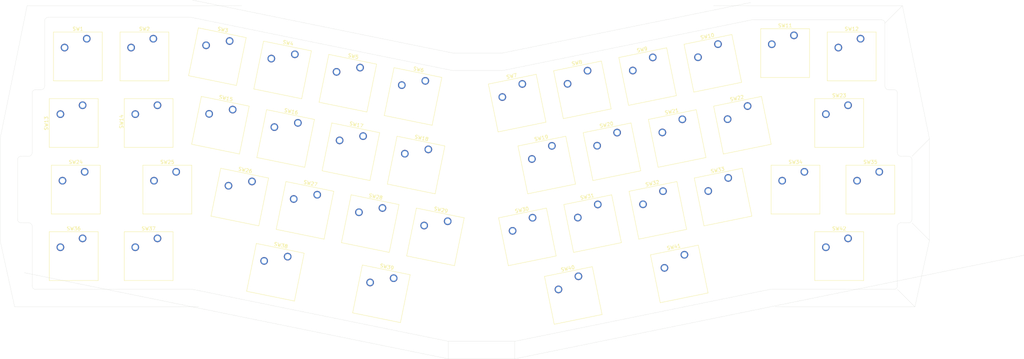
<source format=kicad_pcb>
(kicad_pcb (version 20171130) (host pcbnew "(5.1.2)-2")

  (general
    (thickness 1.6)
    (drawings 76)
    (tracks 0)
    (zones 0)
    (modules 42)
    (nets 55)
  )

  (page A4)
  (layers
    (0 F.Cu signal)
    (31 B.Cu signal)
    (32 B.Adhes user hide)
    (33 F.Adhes user hide)
    (34 B.Paste user hide)
    (35 F.Paste user hide)
    (36 B.SilkS user)
    (37 F.SilkS user)
    (38 B.Mask user)
    (39 F.Mask user)
    (40 Dwgs.User user)
    (41 Cmts.User user hide)
    (42 Eco1.User user hide)
    (43 Eco2.User user hide)
    (44 Edge.Cuts user)
    (45 Margin user hide)
    (46 B.CrtYd user hide)
    (47 F.CrtYd user hide)
    (48 B.Fab user hide)
    (49 F.Fab user hide)
  )

  (setup
    (last_trace_width 0.25)
    (trace_clearance 0.2)
    (zone_clearance 0.508)
    (zone_45_only no)
    (trace_min 0.2)
    (via_size 0.8)
    (via_drill 0.4)
    (via_min_size 0.4)
    (via_min_drill 0.3)
    (uvia_size 0.3)
    (uvia_drill 0.1)
    (uvias_allowed no)
    (uvia_min_size 0.2)
    (uvia_min_drill 0.1)
    (edge_width 0.05)
    (segment_width 0.2)
    (pcb_text_width 0.3)
    (pcb_text_size 1.5 1.5)
    (mod_edge_width 0.12)
    (mod_text_size 1 1)
    (mod_text_width 0.15)
    (pad_size 1.524 1.524)
    (pad_drill 0.762)
    (pad_to_mask_clearance 0.051)
    (solder_mask_min_width 0.25)
    (aux_axis_origin 0 0)
    (grid_origin 140.339497 105.671767)
    (visible_elements 7FFFF7FF)
    (pcbplotparams
      (layerselection 0x010f0_ffffffff)
      (usegerberextensions false)
      (usegerberattributes false)
      (usegerberadvancedattributes false)
      (creategerberjobfile false)
      (excludeedgelayer true)
      (linewidth 0.100000)
      (plotframeref false)
      (viasonmask false)
      (mode 1)
      (useauxorigin false)
      (hpglpennumber 1)
      (hpglpenspeed 20)
      (hpglpendiameter 15.000000)
      (psnegative false)
      (psa4output false)
      (plotreference true)
      (plotvalue true)
      (plotinvisibletext false)
      (padsonsilk false)
      (subtractmaskfromsilk false)
      (outputformat 1)
      (mirror false)
      (drillshape 0)
      (scaleselection 1)
      (outputdirectory ""))
  )

  (net 0 "")
  (net 1 "Net-(D1-Pad2)")
  (net 2 "Net-(D2-Pad2)")
  (net 3 "Net-(D3-Pad2)")
  (net 4 "Net-(D4-Pad2)")
  (net 5 "Net-(D5-Pad2)")
  (net 6 "Net-(D6-Pad2)")
  (net 7 "Net-(D7-Pad2)")
  (net 8 "Net-(D8-Pad2)")
  (net 9 "Net-(D9-Pad2)")
  (net 10 "Net-(D10-Pad2)")
  (net 11 "Net-(D11-Pad2)")
  (net 12 "Net-(D12-Pad2)")
  (net 13 "Net-(D13-Pad2)")
  (net 14 "Net-(D14-Pad2)")
  (net 15 "Net-(D15-Pad2)")
  (net 16 "Net-(D16-Pad2)")
  (net 17 "Net-(D17-Pad2)")
  (net 18 "Net-(D18-Pad2)")
  (net 19 "Net-(D19-Pad2)")
  (net 20 "Net-(D20-Pad2)")
  (net 21 "Net-(D21-Pad2)")
  (net 22 "Net-(D22-Pad2)")
  (net 23 "Net-(D23-Pad2)")
  (net 24 "Net-(D24-Pad2)")
  (net 25 "Net-(D25-Pad2)")
  (net 26 "Net-(D26-Pad2)")
  (net 27 "Net-(D27-Pad2)")
  (net 28 "Net-(D28-Pad2)")
  (net 29 "Net-(D29-Pad2)")
  (net 30 "Net-(D30-Pad2)")
  (net 31 "Net-(D31-Pad2)")
  (net 32 "Net-(D32-Pad2)")
  (net 33 "Net-(D33-Pad2)")
  (net 34 "Net-(D34-Pad2)")
  (net 35 "Net-(D35-Pad2)")
  (net 36 "Net-(D36-Pad2)")
  (net 37 "Net-(D37-Pad2)")
  (net 38 "Net-(D38-Pad2)")
  (net 39 "Net-(D39-Pad2)")
  (net 40 "Net-(D40-Pad2)")
  (net 41 "Net-(D41-Pad2)")
  (net 42 "Net-(D42-Pad2)")
  (net 43 col0)
  (net 44 col1)
  (net 45 col2)
  (net 46 col3)
  (net 47 col4)
  (net 48 col5)
  (net 49 col6)
  (net 50 col7)
  (net 51 col8)
  (net 52 col9)
  (net 53 col10)
  (net 54 col11)

  (net_class Default "これはデフォルトのネット クラスです。"
    (clearance 0.2)
    (trace_width 0.25)
    (via_dia 0.8)
    (via_drill 0.4)
    (uvia_dia 0.3)
    (uvia_drill 0.1)
    (add_net "Net-(D1-Pad2)")
    (add_net "Net-(D10-Pad2)")
    (add_net "Net-(D11-Pad2)")
    (add_net "Net-(D12-Pad2)")
    (add_net "Net-(D13-Pad2)")
    (add_net "Net-(D14-Pad2)")
    (add_net "Net-(D15-Pad2)")
    (add_net "Net-(D16-Pad2)")
    (add_net "Net-(D17-Pad2)")
    (add_net "Net-(D18-Pad2)")
    (add_net "Net-(D19-Pad2)")
    (add_net "Net-(D2-Pad2)")
    (add_net "Net-(D20-Pad2)")
    (add_net "Net-(D21-Pad2)")
    (add_net "Net-(D22-Pad2)")
    (add_net "Net-(D23-Pad2)")
    (add_net "Net-(D24-Pad2)")
    (add_net "Net-(D25-Pad2)")
    (add_net "Net-(D26-Pad2)")
    (add_net "Net-(D27-Pad2)")
    (add_net "Net-(D28-Pad2)")
    (add_net "Net-(D29-Pad2)")
    (add_net "Net-(D3-Pad2)")
    (add_net "Net-(D30-Pad2)")
    (add_net "Net-(D31-Pad2)")
    (add_net "Net-(D32-Pad2)")
    (add_net "Net-(D33-Pad2)")
    (add_net "Net-(D34-Pad2)")
    (add_net "Net-(D35-Pad2)")
    (add_net "Net-(D36-Pad2)")
    (add_net "Net-(D37-Pad2)")
    (add_net "Net-(D38-Pad2)")
    (add_net "Net-(D39-Pad2)")
    (add_net "Net-(D4-Pad2)")
    (add_net "Net-(D40-Pad2)")
    (add_net "Net-(D41-Pad2)")
    (add_net "Net-(D42-Pad2)")
    (add_net "Net-(D5-Pad2)")
    (add_net "Net-(D6-Pad2)")
    (add_net "Net-(D7-Pad2)")
    (add_net "Net-(D8-Pad2)")
    (add_net "Net-(D9-Pad2)")
    (add_net col0)
    (add_net col1)
    (add_net col10)
    (add_net col11)
    (add_net col2)
    (add_net col3)
    (add_net col4)
    (add_net col5)
    (add_net col6)
    (add_net col7)
    (add_net col8)
    (add_net col9)
  )

  (module Button_Switch_Keyboard:SW_Cherry_MX_1.00u_PCB (layer F.Cu) (tedit 5A02FE24) (tstamp 5D5D0D21)
    (at 36.909375 19.05)
    (descr "Cherry MX keyswitch, 1.00u, PCB mount, http://cherryamericas.com/wp-content/uploads/2014/12/mx_cat.pdf")
    (tags "Cherry MX keyswitch 1.00u PCB")
    (path /5D6B2316)
    (fp_text reference SW1 (at -2.54 -2.794) (layer F.SilkS)
      (effects (font (size 1 1) (thickness 0.15)))
    )
    (fp_text value SW_PUSH (at -2.54 11.0744) (layer F.Fab)
      (effects (font (size 1 1) (thickness 0.15)))
    )
    (fp_text user %R (at -2.54 -2.794) (layer F.Fab)
      (effects (font (size 1 1) (thickness 0.15)))
    )
    (fp_line (start -8.89 -1.27) (end 3.81 -1.27) (layer F.Fab) (width 0.1))
    (fp_line (start 3.81 -1.27) (end 3.81 11.43) (layer F.Fab) (width 0.1))
    (fp_line (start 3.81 11.43) (end -8.89 11.43) (layer F.Fab) (width 0.1))
    (fp_line (start -8.89 11.43) (end -8.89 -1.27) (layer F.Fab) (width 0.1))
    (fp_line (start -9.14 11.68) (end -9.14 -1.52) (layer F.CrtYd) (width 0.05))
    (fp_line (start 4.06 11.68) (end -9.14 11.68) (layer F.CrtYd) (width 0.05))
    (fp_line (start 4.06 -1.52) (end 4.06 11.68) (layer F.CrtYd) (width 0.05))
    (fp_line (start -9.14 -1.52) (end 4.06 -1.52) (layer F.CrtYd) (width 0.05))
    (fp_line (start -12.065 -4.445) (end 6.985 -4.445) (layer Dwgs.User) (width 0.15))
    (fp_line (start 6.985 -4.445) (end 6.985 14.605) (layer Dwgs.User) (width 0.15))
    (fp_line (start 6.985 14.605) (end -12.065 14.605) (layer Dwgs.User) (width 0.15))
    (fp_line (start -12.065 14.605) (end -12.065 -4.445) (layer Dwgs.User) (width 0.15))
    (fp_line (start -9.525 -1.905) (end 4.445 -1.905) (layer F.SilkS) (width 0.12))
    (fp_line (start 4.445 -1.905) (end 4.445 12.065) (layer F.SilkS) (width 0.12))
    (fp_line (start 4.445 12.065) (end -9.525 12.065) (layer F.SilkS) (width 0.12))
    (fp_line (start -9.525 12.065) (end -9.525 -1.905) (layer F.SilkS) (width 0.12))
    (pad 1 thru_hole circle (at 0 0) (size 2.2 2.2) (drill 1.5) (layers *.Cu *.Mask)
      (net 1 "Net-(D1-Pad2)"))
    (pad 2 thru_hole circle (at -6.35 2.54) (size 2.2 2.2) (drill 1.5) (layers *.Cu *.Mask)
      (net 43 col0))
    (pad "" np_thru_hole circle (at -2.54 5.08) (size 4 4) (drill 4) (layers *.Cu *.Mask))
    (pad "" np_thru_hole circle (at -7.62 5.08) (size 1.7 1.7) (drill 1.7) (layers *.Cu *.Mask))
    (pad "" np_thru_hole circle (at 2.54 5.08) (size 1.7 1.7) (drill 1.7) (layers *.Cu *.Mask))
    (model ${KISYS3DMOD}/Button_Switch_Keyboard.3dshapes/SW_Cherry_MX_1.00u_PCB.wrl
      (at (xyz 0 0 0))
      (scale (xyz 1 1 1))
      (rotate (xyz 0 0 0))
    )
  )

  (module Button_Switch_Keyboard:SW_Cherry_MX_1.00u_PCB (layer F.Cu) (tedit 5A02FE24) (tstamp 5D5D0DB7)
    (at 55.959375 19.05)
    (descr "Cherry MX keyswitch, 1.00u, PCB mount, http://cherryamericas.com/wp-content/uploads/2014/12/mx_cat.pdf")
    (tags "Cherry MX keyswitch 1.00u PCB")
    (path /5D6B3007)
    (fp_text reference SW2 (at -2.54 -2.794) (layer F.SilkS)
      (effects (font (size 1 1) (thickness 0.15)))
    )
    (fp_text value SW_PUSH (at -2.54 12.954) (layer F.Fab)
      (effects (font (size 1 1) (thickness 0.15)))
    )
    (fp_line (start -9.525 12.065) (end -9.525 -1.905) (layer F.SilkS) (width 0.12))
    (fp_line (start 4.445 12.065) (end -9.525 12.065) (layer F.SilkS) (width 0.12))
    (fp_line (start 4.445 -1.905) (end 4.445 12.065) (layer F.SilkS) (width 0.12))
    (fp_line (start -9.525 -1.905) (end 4.445 -1.905) (layer F.SilkS) (width 0.12))
    (fp_line (start -12.065 14.605) (end -12.065 -4.445) (layer Dwgs.User) (width 0.15))
    (fp_line (start 6.985 14.605) (end -12.065 14.605) (layer Dwgs.User) (width 0.15))
    (fp_line (start 6.985 -4.445) (end 6.985 14.605) (layer Dwgs.User) (width 0.15))
    (fp_line (start -12.065 -4.445) (end 6.985 -4.445) (layer Dwgs.User) (width 0.15))
    (fp_line (start -9.14 -1.52) (end 4.06 -1.52) (layer F.CrtYd) (width 0.05))
    (fp_line (start 4.06 -1.52) (end 4.06 11.68) (layer F.CrtYd) (width 0.05))
    (fp_line (start 4.06 11.68) (end -9.14 11.68) (layer F.CrtYd) (width 0.05))
    (fp_line (start -9.14 11.68) (end -9.14 -1.52) (layer F.CrtYd) (width 0.05))
    (fp_line (start -8.89 11.43) (end -8.89 -1.27) (layer F.Fab) (width 0.1))
    (fp_line (start 3.81 11.43) (end -8.89 11.43) (layer F.Fab) (width 0.1))
    (fp_line (start 3.81 -1.27) (end 3.81 11.43) (layer F.Fab) (width 0.1))
    (fp_line (start -8.89 -1.27) (end 3.81 -1.27) (layer F.Fab) (width 0.1))
    (fp_text user %R (at -2.54 -2.794) (layer F.Fab)
      (effects (font (size 1 1) (thickness 0.15)))
    )
    (pad "" np_thru_hole circle (at 2.54 5.08) (size 1.7 1.7) (drill 1.7) (layers *.Cu *.Mask))
    (pad "" np_thru_hole circle (at -7.62 5.08) (size 1.7 1.7) (drill 1.7) (layers *.Cu *.Mask))
    (pad "" np_thru_hole circle (at -2.54 5.08) (size 4 4) (drill 4) (layers *.Cu *.Mask))
    (pad 2 thru_hole circle (at -6.35 2.54) (size 2.2 2.2) (drill 1.5) (layers *.Cu *.Mask)
      (net 44 col1))
    (pad 1 thru_hole circle (at 0 0) (size 2.2 2.2) (drill 1.5) (layers *.Cu *.Mask)
      (net 2 "Net-(D2-Pad2)"))
    (model ${KISYS3DMOD}/Button_Switch_Keyboard.3dshapes/SW_Cherry_MX_1.00u_PCB.wrl
      (at (xyz 0 0 0))
      (scale (xyz 1 1 1))
      (rotate (xyz 0 0 0))
    )
  )

  (module Button_Switch_Keyboard:SW_Cherry_MX_1.00u_PCB (layer F.Cu) (tedit 5A02FE24) (tstamp 5D5D0E9E)
    (at 77.796998 19.722338 348.5)
    (descr "Cherry MX keyswitch, 1.00u, PCB mount, http://cherryamericas.com/wp-content/uploads/2014/12/mx_cat.pdf")
    (tags "Cherry MX keyswitch 1.00u PCB")
    (path /5D6B35A6)
    (fp_text reference SW3 (at -2.54 -2.794 348.5) (layer F.SilkS)
      (effects (font (size 1 1) (thickness 0.15)))
    )
    (fp_text value SW_PUSH (at -2.54 12.954 348.5) (layer F.Fab)
      (effects (font (size 1 1) (thickness 0.15)))
    )
    (fp_text user %R (at -2.54 -2.794 348.5) (layer F.Fab)
      (effects (font (size 1 1) (thickness 0.15)))
    )
    (fp_line (start -8.89 -1.27) (end 3.81 -1.27) (layer F.Fab) (width 0.1))
    (fp_line (start 3.81 -1.27) (end 3.81 11.43) (layer F.Fab) (width 0.1))
    (fp_line (start 3.81 11.43) (end -8.89 11.43) (layer F.Fab) (width 0.1))
    (fp_line (start -8.89 11.43) (end -8.89 -1.27) (layer F.Fab) (width 0.1))
    (fp_line (start -9.14 11.68) (end -9.14 -1.52) (layer F.CrtYd) (width 0.05))
    (fp_line (start 4.06 11.68) (end -9.14 11.68) (layer F.CrtYd) (width 0.05))
    (fp_line (start 4.06 -1.52) (end 4.06 11.68) (layer F.CrtYd) (width 0.05))
    (fp_line (start -9.14 -1.52) (end 4.06 -1.52) (layer F.CrtYd) (width 0.05))
    (fp_line (start -12.065 -4.445) (end 6.985 -4.445) (layer Dwgs.User) (width 0.15))
    (fp_line (start 6.985 -4.445) (end 6.985 14.605) (layer Dwgs.User) (width 0.15))
    (fp_line (start 6.985 14.605) (end -12.065 14.605) (layer Dwgs.User) (width 0.15))
    (fp_line (start -12.065 14.605) (end -12.065 -4.445) (layer Dwgs.User) (width 0.15))
    (fp_line (start -9.525 -1.905) (end 4.445 -1.905) (layer F.SilkS) (width 0.12))
    (fp_line (start 4.445 -1.905) (end 4.445 12.065) (layer F.SilkS) (width 0.12))
    (fp_line (start 4.445 12.065) (end -9.525 12.065) (layer F.SilkS) (width 0.12))
    (fp_line (start -9.525 12.065) (end -9.525 -1.905) (layer F.SilkS) (width 0.12))
    (pad 1 thru_hole circle (at 0 0 348.5) (size 2.2 2.2) (drill 1.5) (layers *.Cu *.Mask)
      (net 3 "Net-(D3-Pad2)"))
    (pad 2 thru_hole circle (at -6.35 2.54 348.5) (size 2.2 2.2) (drill 1.5) (layers *.Cu *.Mask)
      (net 45 col2))
    (pad "" np_thru_hole circle (at -2.54 5.08 348.5) (size 4 4) (drill 4) (layers *.Cu *.Mask))
    (pad "" np_thru_hole circle (at -7.62 5.08 348.5) (size 1.7 1.7) (drill 1.7) (layers *.Cu *.Mask))
    (pad "" np_thru_hole circle (at 2.54 5.08 348.5) (size 1.7 1.7) (drill 1.7) (layers *.Cu *.Mask))
    (model ${KISYS3DMOD}/Button_Switch_Keyboard.3dshapes/SW_Cherry_MX_1.00u_PCB.wrl
      (at (xyz 0 0 0))
      (scale (xyz 1 1 1))
      (rotate (xyz 0 0 0))
    )
  )

  (module Button_Switch_Keyboard:SW_Cherry_MX_1.00u_PCB (layer F.Cu) (tedit 5A02FE24) (tstamp 5D5D0F85)
    (at 96.464563 23.520297 348.5)
    (descr "Cherry MX keyswitch, 1.00u, PCB mount, http://cherryamericas.com/wp-content/uploads/2014/12/mx_cat.pdf")
    (tags "Cherry MX keyswitch 1.00u PCB")
    (path /5D6B3B3C)
    (fp_text reference SW4 (at -2.54 -2.794 348.5) (layer F.SilkS)
      (effects (font (size 1 1) (thickness 0.15)))
    )
    (fp_text value SW_PUSH (at -2.54 12.954 348.5) (layer F.Fab)
      (effects (font (size 1 1) (thickness 0.15)))
    )
    (fp_line (start -9.525 12.065) (end -9.525 -1.905) (layer F.SilkS) (width 0.12))
    (fp_line (start 4.445 12.065) (end -9.525 12.065) (layer F.SilkS) (width 0.12))
    (fp_line (start 4.445 -1.905) (end 4.445 12.065) (layer F.SilkS) (width 0.12))
    (fp_line (start -9.525 -1.905) (end 4.445 -1.905) (layer F.SilkS) (width 0.12))
    (fp_line (start -12.065 14.605) (end -12.065 -4.445) (layer Dwgs.User) (width 0.15))
    (fp_line (start 6.985 14.605) (end -12.065 14.605) (layer Dwgs.User) (width 0.15))
    (fp_line (start 6.985 -4.445) (end 6.985 14.605) (layer Dwgs.User) (width 0.15))
    (fp_line (start -12.065 -4.445) (end 6.985 -4.445) (layer Dwgs.User) (width 0.15))
    (fp_line (start -9.14 -1.52) (end 4.06 -1.52) (layer F.CrtYd) (width 0.05))
    (fp_line (start 4.06 -1.52) (end 4.06 11.68) (layer F.CrtYd) (width 0.05))
    (fp_line (start 4.06 11.68) (end -9.14 11.68) (layer F.CrtYd) (width 0.05))
    (fp_line (start -9.14 11.68) (end -9.14 -1.52) (layer F.CrtYd) (width 0.05))
    (fp_line (start -8.89 11.43) (end -8.89 -1.27) (layer F.Fab) (width 0.1))
    (fp_line (start 3.81 11.43) (end -8.89 11.43) (layer F.Fab) (width 0.1))
    (fp_line (start 3.81 -1.27) (end 3.81 11.43) (layer F.Fab) (width 0.1))
    (fp_line (start -8.89 -1.27) (end 3.81 -1.27) (layer F.Fab) (width 0.1))
    (fp_text user %R (at -2.54 -2.794 348.5) (layer F.Fab)
      (effects (font (size 1 1) (thickness 0.15)))
    )
    (pad "" np_thru_hole circle (at 2.54 5.08 348.5) (size 1.7 1.7) (drill 1.7) (layers *.Cu *.Mask))
    (pad "" np_thru_hole circle (at -7.62 5.08 348.5) (size 1.7 1.7) (drill 1.7) (layers *.Cu *.Mask))
    (pad "" np_thru_hole circle (at -2.54 5.08 348.5) (size 4 4) (drill 4) (layers *.Cu *.Mask))
    (pad 2 thru_hole circle (at -6.35 2.54 348.5) (size 2.2 2.2) (drill 1.5) (layers *.Cu *.Mask)
      (net 46 col3))
    (pad 1 thru_hole circle (at 0 0 348.5) (size 2.2 2.2) (drill 1.5) (layers *.Cu *.Mask)
      (net 4 "Net-(D4-Pad2)"))
    (model ${KISYS3DMOD}/Button_Switch_Keyboard.3dshapes/SW_Cherry_MX_1.00u_PCB.wrl
      (at (xyz 0 0 0))
      (scale (xyz 1 1 1))
      (rotate (xyz 0 0 0))
    )
  )

  (module Button_Switch_Keyboard:SW_Cherry_MX_1.00u_PCB (layer F.Cu) (tedit 5A02FE24) (tstamp 5D5D0C40)
    (at 115.132129 27.318256 348.5)
    (descr "Cherry MX keyswitch, 1.00u, PCB mount, http://cherryamericas.com/wp-content/uploads/2014/12/mx_cat.pdf")
    (tags "Cherry MX keyswitch 1.00u PCB")
    (path /5D6B4230)
    (fp_text reference SW5 (at -2.54 -2.794 348.5) (layer F.SilkS)
      (effects (font (size 1 1) (thickness 0.15)))
    )
    (fp_text value SW_PUSH (at -2.54 12.954 348.5) (layer F.Fab)
      (effects (font (size 1 1) (thickness 0.15)))
    )
    (fp_text user %R (at -2.54 -2.794 348.5) (layer F.Fab)
      (effects (font (size 1 1) (thickness 0.15)))
    )
    (fp_line (start -8.89 -1.27) (end 3.81 -1.27) (layer F.Fab) (width 0.1))
    (fp_line (start 3.81 -1.27) (end 3.81 11.43) (layer F.Fab) (width 0.1))
    (fp_line (start 3.81 11.43) (end -8.89 11.43) (layer F.Fab) (width 0.1))
    (fp_line (start -8.89 11.43) (end -8.89 -1.27) (layer F.Fab) (width 0.1))
    (fp_line (start -9.14 11.68) (end -9.14 -1.52) (layer F.CrtYd) (width 0.05))
    (fp_line (start 4.06 11.68) (end -9.14 11.68) (layer F.CrtYd) (width 0.05))
    (fp_line (start 4.06 -1.52) (end 4.06 11.68) (layer F.CrtYd) (width 0.05))
    (fp_line (start -9.14 -1.52) (end 4.06 -1.52) (layer F.CrtYd) (width 0.05))
    (fp_line (start -12.065 -4.445) (end 6.985 -4.445) (layer Dwgs.User) (width 0.15))
    (fp_line (start 6.985 -4.445) (end 6.985 14.605) (layer Dwgs.User) (width 0.15))
    (fp_line (start 6.985 14.605) (end -12.065 14.605) (layer Dwgs.User) (width 0.15))
    (fp_line (start -12.065 14.605) (end -12.065 -4.445) (layer Dwgs.User) (width 0.15))
    (fp_line (start -9.525 -1.905) (end 4.445 -1.905) (layer F.SilkS) (width 0.12))
    (fp_line (start 4.445 -1.905) (end 4.445 12.065) (layer F.SilkS) (width 0.12))
    (fp_line (start 4.445 12.065) (end -9.525 12.065) (layer F.SilkS) (width 0.12))
    (fp_line (start -9.525 12.065) (end -9.525 -1.905) (layer F.SilkS) (width 0.12))
    (pad 1 thru_hole circle (at 0 0 348.5) (size 2.2 2.2) (drill 1.5) (layers *.Cu *.Mask)
      (net 5 "Net-(D5-Pad2)"))
    (pad 2 thru_hole circle (at -6.35 2.54 348.5) (size 2.2 2.2) (drill 1.5) (layers *.Cu *.Mask)
      (net 47 col4))
    (pad "" np_thru_hole circle (at -2.54 5.08 348.5) (size 4 4) (drill 4) (layers *.Cu *.Mask))
    (pad "" np_thru_hole circle (at -7.62 5.08 348.5) (size 1.7 1.7) (drill 1.7) (layers *.Cu *.Mask))
    (pad "" np_thru_hole circle (at 2.54 5.08 348.5) (size 1.7 1.7) (drill 1.7) (layers *.Cu *.Mask))
    (model ${KISYS3DMOD}/Button_Switch_Keyboard.3dshapes/SW_Cherry_MX_1.00u_PCB.wrl
      (at (xyz 0 0 0))
      (scale (xyz 1 1 1))
      (rotate (xyz 0 0 0))
    )
  )

  (module Button_Switch_Keyboard:SW_Cherry_MX_1.00u_PCB (layer F.Cu) (tedit 5A02FE24) (tstamp 5D5D0C8B)
    (at 133.799695 31.116215 348.5)
    (descr "Cherry MX keyswitch, 1.00u, PCB mount, http://cherryamericas.com/wp-content/uploads/2014/12/mx_cat.pdf")
    (tags "Cherry MX keyswitch 1.00u PCB")
    (path /5D6B4A0C)
    (fp_text reference SW6 (at -2.54 -2.794 348.5) (layer F.SilkS)
      (effects (font (size 1 1) (thickness 0.15)))
    )
    (fp_text value SW_PUSH (at -2.54 12.954 348.5) (layer F.Fab)
      (effects (font (size 1 1) (thickness 0.15)))
    )
    (fp_text user %R (at -2.54 -2.794 348.5) (layer F.Fab)
      (effects (font (size 1 1) (thickness 0.15)))
    )
    (fp_line (start -8.89 -1.27) (end 3.81 -1.27) (layer F.Fab) (width 0.1))
    (fp_line (start 3.81 -1.27) (end 3.81 11.43) (layer F.Fab) (width 0.1))
    (fp_line (start 3.81 11.43) (end -8.89 11.43) (layer F.Fab) (width 0.1))
    (fp_line (start -8.89 11.43) (end -8.89 -1.27) (layer F.Fab) (width 0.1))
    (fp_line (start -9.14 11.68) (end -9.14 -1.52) (layer F.CrtYd) (width 0.05))
    (fp_line (start 4.06 11.68) (end -9.14 11.68) (layer F.CrtYd) (width 0.05))
    (fp_line (start 4.06 -1.52) (end 4.06 11.68) (layer F.CrtYd) (width 0.05))
    (fp_line (start -9.14 -1.52) (end 4.06 -1.52) (layer F.CrtYd) (width 0.05))
    (fp_line (start -12.065 -4.445) (end 6.985 -4.445) (layer Dwgs.User) (width 0.15))
    (fp_line (start 6.985 -4.445) (end 6.985 14.605) (layer Dwgs.User) (width 0.15))
    (fp_line (start 6.985 14.605) (end -12.065 14.605) (layer Dwgs.User) (width 0.15))
    (fp_line (start -12.065 14.605) (end -12.065 -4.445) (layer Dwgs.User) (width 0.15))
    (fp_line (start -9.525 -1.905) (end 4.445 -1.905) (layer F.SilkS) (width 0.12))
    (fp_line (start 4.445 -1.905) (end 4.445 12.065) (layer F.SilkS) (width 0.12))
    (fp_line (start 4.445 12.065) (end -9.525 12.065) (layer F.SilkS) (width 0.12))
    (fp_line (start -9.525 12.065) (end -9.525 -1.905) (layer F.SilkS) (width 0.12))
    (pad 1 thru_hole circle (at 0 0 348.5) (size 2.2 2.2) (drill 1.5) (layers *.Cu *.Mask)
      (net 6 "Net-(D6-Pad2)"))
    (pad 2 thru_hole circle (at -6.35 2.54 348.5) (size 2.2 2.2) (drill 1.5) (layers *.Cu *.Mask)
      (net 48 col5))
    (pad "" np_thru_hole circle (at -2.54 5.08 348.5) (size 4 4) (drill 4) (layers *.Cu *.Mask))
    (pad "" np_thru_hole circle (at -7.62 5.08 348.5) (size 1.7 1.7) (drill 1.7) (layers *.Cu *.Mask))
    (pad "" np_thru_hole circle (at 2.54 5.08 348.5) (size 1.7 1.7) (drill 1.7) (layers *.Cu *.Mask))
    (model ${KISYS3DMOD}/Button_Switch_Keyboard.3dshapes/SW_Cherry_MX_1.00u_PCB.wrl
      (at (xyz 0 0 0))
      (scale (xyz 1 1 1))
      (rotate (xyz 0 0 0))
    )
  )

  (module Button_Switch_Keyboard:SW_Cherry_MX_1.00u_PCB (layer F.Cu) (tedit 5A02FE24) (tstamp 5D5D0D6C)
    (at 161.564539 32.002406 11.5)
    (descr "Cherry MX keyswitch, 1.00u, PCB mount, http://cherryamericas.com/wp-content/uploads/2014/12/mx_cat.pdf")
    (tags "Cherry MX keyswitch 1.00u PCB")
    (path /5D70CE53)
    (fp_text reference SW7 (at -2.54 -2.794 11.5) (layer F.SilkS)
      (effects (font (size 1 1) (thickness 0.15)))
    )
    (fp_text value SW_PUSH (at -2.54 12.954 11.5) (layer F.Fab)
      (effects (font (size 1 1) (thickness 0.15)))
    )
    (fp_line (start -9.525 12.065) (end -9.525 -1.905) (layer F.SilkS) (width 0.12))
    (fp_line (start 4.445 12.065) (end -9.525 12.065) (layer F.SilkS) (width 0.12))
    (fp_line (start 4.445 -1.905) (end 4.445 12.065) (layer F.SilkS) (width 0.12))
    (fp_line (start -9.525 -1.905) (end 4.445 -1.905) (layer F.SilkS) (width 0.12))
    (fp_line (start -12.065 14.605) (end -12.065 -4.445) (layer Dwgs.User) (width 0.15))
    (fp_line (start 6.985 14.605) (end -12.065 14.605) (layer Dwgs.User) (width 0.15))
    (fp_line (start 6.985 -4.445) (end 6.985 14.605) (layer Dwgs.User) (width 0.15))
    (fp_line (start -12.065 -4.445) (end 6.985 -4.445) (layer Dwgs.User) (width 0.15))
    (fp_line (start -9.14 -1.52) (end 4.06 -1.52) (layer F.CrtYd) (width 0.05))
    (fp_line (start 4.06 -1.52) (end 4.06 11.68) (layer F.CrtYd) (width 0.05))
    (fp_line (start 4.06 11.68) (end -9.14 11.68) (layer F.CrtYd) (width 0.05))
    (fp_line (start -9.14 11.68) (end -9.14 -1.52) (layer F.CrtYd) (width 0.05))
    (fp_line (start -8.89 11.43) (end -8.89 -1.27) (layer F.Fab) (width 0.1))
    (fp_line (start 3.81 11.43) (end -8.89 11.43) (layer F.Fab) (width 0.1))
    (fp_line (start 3.81 -1.27) (end 3.81 11.43) (layer F.Fab) (width 0.1))
    (fp_line (start -8.89 -1.27) (end 3.81 -1.27) (layer F.Fab) (width 0.1))
    (fp_text user %R (at -2.54 -2.794 11.5) (layer F.Fab)
      (effects (font (size 1 1) (thickness 0.15)))
    )
    (pad "" np_thru_hole circle (at 2.54 5.08 11.5) (size 1.7 1.7) (drill 1.7) (layers *.Cu *.Mask))
    (pad "" np_thru_hole circle (at -7.62 5.08 11.5) (size 1.7 1.7) (drill 1.7) (layers *.Cu *.Mask))
    (pad "" np_thru_hole circle (at -2.54 5.08 11.5) (size 4 4) (drill 4) (layers *.Cu *.Mask))
    (pad 2 thru_hole circle (at -6.35 2.54 11.5) (size 2.2 2.2) (drill 1.5) (layers *.Cu *.Mask)
      (net 49 col6))
    (pad 1 thru_hole circle (at 0 0 11.5) (size 2.2 2.2) (drill 1.5) (layers *.Cu *.Mask)
      (net 7 "Net-(D7-Pad2)"))
    (model ${KISYS3DMOD}/Button_Switch_Keyboard.3dshapes/SW_Cherry_MX_1.00u_PCB.wrl
      (at (xyz 0 0 0))
      (scale (xyz 1 1 1))
      (rotate (xyz 0 0 0))
    )
  )

  (module Button_Switch_Keyboard:SW_Cherry_MX_1.00u_PCB (layer F.Cu) (tedit 5A02FE24) (tstamp 5D5D0CD6)
    (at 180.232105 28.204447 11.5)
    (descr "Cherry MX keyswitch, 1.00u, PCB mount, http://cherryamericas.com/wp-content/uploads/2014/12/mx_cat.pdf")
    (tags "Cherry MX keyswitch 1.00u PCB")
    (path /5D70D61B)
    (fp_text reference SW8 (at -2.54 -2.794 11.5) (layer F.SilkS)
      (effects (font (size 1 1) (thickness 0.15)))
    )
    (fp_text value SW_PUSH (at -2.54 12.954 11.5) (layer F.Fab)
      (effects (font (size 1 1) (thickness 0.15)))
    )
    (fp_text user %R (at -2.54 -2.794 11.5) (layer F.Fab)
      (effects (font (size 1 1) (thickness 0.15)))
    )
    (fp_line (start -8.89 -1.27) (end 3.81 -1.27) (layer F.Fab) (width 0.1))
    (fp_line (start 3.81 -1.27) (end 3.81 11.43) (layer F.Fab) (width 0.1))
    (fp_line (start 3.81 11.43) (end -8.89 11.43) (layer F.Fab) (width 0.1))
    (fp_line (start -8.89 11.43) (end -8.89 -1.27) (layer F.Fab) (width 0.1))
    (fp_line (start -9.14 11.68) (end -9.14 -1.52) (layer F.CrtYd) (width 0.05))
    (fp_line (start 4.06 11.68) (end -9.14 11.68) (layer F.CrtYd) (width 0.05))
    (fp_line (start 4.06 -1.52) (end 4.06 11.68) (layer F.CrtYd) (width 0.05))
    (fp_line (start -9.14 -1.52) (end 4.06 -1.52) (layer F.CrtYd) (width 0.05))
    (fp_line (start -12.065 -4.445) (end 6.985 -4.445) (layer Dwgs.User) (width 0.15))
    (fp_line (start 6.985 -4.445) (end 6.985 14.605) (layer Dwgs.User) (width 0.15))
    (fp_line (start 6.985 14.605) (end -12.065 14.605) (layer Dwgs.User) (width 0.15))
    (fp_line (start -12.065 14.605) (end -12.065 -4.445) (layer Dwgs.User) (width 0.15))
    (fp_line (start -9.525 -1.905) (end 4.445 -1.905) (layer F.SilkS) (width 0.12))
    (fp_line (start 4.445 -1.905) (end 4.445 12.065) (layer F.SilkS) (width 0.12))
    (fp_line (start 4.445 12.065) (end -9.525 12.065) (layer F.SilkS) (width 0.12))
    (fp_line (start -9.525 12.065) (end -9.525 -1.905) (layer F.SilkS) (width 0.12))
    (pad 1 thru_hole circle (at 0 0 11.5) (size 2.2 2.2) (drill 1.5) (layers *.Cu *.Mask)
      (net 8 "Net-(D8-Pad2)"))
    (pad 2 thru_hole circle (at -6.35 2.54 11.5) (size 2.2 2.2) (drill 1.5) (layers *.Cu *.Mask)
      (net 50 col7))
    (pad "" np_thru_hole circle (at -2.54 5.08 11.5) (size 4 4) (drill 4) (layers *.Cu *.Mask))
    (pad "" np_thru_hole circle (at -7.62 5.08 11.5) (size 1.7 1.7) (drill 1.7) (layers *.Cu *.Mask))
    (pad "" np_thru_hole circle (at 2.54 5.08 11.5) (size 1.7 1.7) (drill 1.7) (layers *.Cu *.Mask))
    (model ${KISYS3DMOD}/Button_Switch_Keyboard.3dshapes/SW_Cherry_MX_1.00u_PCB.wrl
      (at (xyz 0 0 0))
      (scale (xyz 1 1 1))
      (rotate (xyz 0 0 0))
    )
  )

  (module Button_Switch_Keyboard:SW_Cherry_MX_1.00u_PCB (layer F.Cu) (tedit 5A02FE24) (tstamp 5D5D0BF5)
    (at 198.89967 24.406487 11.5)
    (descr "Cherry MX keyswitch, 1.00u, PCB mount, http://cherryamericas.com/wp-content/uploads/2014/12/mx_cat.pdf")
    (tags "Cherry MX keyswitch 1.00u PCB")
    (path /5D70DB68)
    (fp_text reference SW9 (at -2.54 -2.794 11.5) (layer F.SilkS)
      (effects (font (size 1 1) (thickness 0.15)))
    )
    (fp_text value SW_PUSH (at -2.54 12.954 11.5) (layer F.Fab)
      (effects (font (size 1 1) (thickness 0.15)))
    )
    (fp_text user %R (at -2.54 -2.794 11.5) (layer F.Fab)
      (effects (font (size 1 1) (thickness 0.15)))
    )
    (fp_line (start -8.89 -1.27) (end 3.81 -1.27) (layer F.Fab) (width 0.1))
    (fp_line (start 3.81 -1.27) (end 3.81 11.43) (layer F.Fab) (width 0.1))
    (fp_line (start 3.81 11.43) (end -8.89 11.43) (layer F.Fab) (width 0.1))
    (fp_line (start -8.89 11.43) (end -8.89 -1.27) (layer F.Fab) (width 0.1))
    (fp_line (start -9.14 11.68) (end -9.14 -1.52) (layer F.CrtYd) (width 0.05))
    (fp_line (start 4.06 11.68) (end -9.14 11.68) (layer F.CrtYd) (width 0.05))
    (fp_line (start 4.06 -1.52) (end 4.06 11.68) (layer F.CrtYd) (width 0.05))
    (fp_line (start -9.14 -1.52) (end 4.06 -1.52) (layer F.CrtYd) (width 0.05))
    (fp_line (start -12.065 -4.445) (end 6.985 -4.445) (layer Dwgs.User) (width 0.15))
    (fp_line (start 6.985 -4.445) (end 6.985 14.605) (layer Dwgs.User) (width 0.15))
    (fp_line (start 6.985 14.605) (end -12.065 14.605) (layer Dwgs.User) (width 0.15))
    (fp_line (start -12.065 14.605) (end -12.065 -4.445) (layer Dwgs.User) (width 0.15))
    (fp_line (start -9.525 -1.905) (end 4.445 -1.905) (layer F.SilkS) (width 0.12))
    (fp_line (start 4.445 -1.905) (end 4.445 12.065) (layer F.SilkS) (width 0.12))
    (fp_line (start 4.445 12.065) (end -9.525 12.065) (layer F.SilkS) (width 0.12))
    (fp_line (start -9.525 12.065) (end -9.525 -1.905) (layer F.SilkS) (width 0.12))
    (pad 1 thru_hole circle (at 0 0 11.5) (size 2.2 2.2) (drill 1.5) (layers *.Cu *.Mask)
      (net 9 "Net-(D9-Pad2)"))
    (pad 2 thru_hole circle (at -6.35 2.54 11.5) (size 2.2 2.2) (drill 1.5) (layers *.Cu *.Mask)
      (net 51 col8))
    (pad "" np_thru_hole circle (at -2.54 5.08 11.5) (size 4 4) (drill 4) (layers *.Cu *.Mask))
    (pad "" np_thru_hole circle (at -7.62 5.08 11.5) (size 1.7 1.7) (drill 1.7) (layers *.Cu *.Mask))
    (pad "" np_thru_hole circle (at 2.54 5.08 11.5) (size 1.7 1.7) (drill 1.7) (layers *.Cu *.Mask))
    (model ${KISYS3DMOD}/Button_Switch_Keyboard.3dshapes/SW_Cherry_MX_1.00u_PCB.wrl
      (at (xyz 0 0 0))
      (scale (xyz 1 1 1))
      (rotate (xyz 0 0 0))
    )
  )

  (module Button_Switch_Keyboard:SW_Cherry_MX_1.00u_PCB (layer F.Cu) (tedit 5A02FE24) (tstamp 5D5D0427)
    (at 217.567236 20.608528 11.5)
    (descr "Cherry MX keyswitch, 1.00u, PCB mount, http://cherryamericas.com/wp-content/uploads/2014/12/mx_cat.pdf")
    (tags "Cherry MX keyswitch 1.00u PCB")
    (path /5D70E27B)
    (fp_text reference SW10 (at -2.54 -2.794 11.5) (layer F.SilkS)
      (effects (font (size 1 1) (thickness 0.15)))
    )
    (fp_text value SW_PUSH (at -2.54 12.954 11.5) (layer F.Fab)
      (effects (font (size 1 1) (thickness 0.15)))
    )
    (fp_text user %R (at -2.54 -2.794 11.5) (layer F.Fab)
      (effects (font (size 1 1) (thickness 0.15)))
    )
    (fp_line (start -8.89 -1.27) (end 3.81 -1.27) (layer F.Fab) (width 0.1))
    (fp_line (start 3.81 -1.27) (end 3.81 11.43) (layer F.Fab) (width 0.1))
    (fp_line (start 3.81 11.43) (end -8.89 11.43) (layer F.Fab) (width 0.1))
    (fp_line (start -8.89 11.43) (end -8.89 -1.27) (layer F.Fab) (width 0.1))
    (fp_line (start -9.14 11.68) (end -9.14 -1.52) (layer F.CrtYd) (width 0.05))
    (fp_line (start 4.06 11.68) (end -9.14 11.68) (layer F.CrtYd) (width 0.05))
    (fp_line (start 4.06 -1.52) (end 4.06 11.68) (layer F.CrtYd) (width 0.05))
    (fp_line (start -9.14 -1.52) (end 4.06 -1.52) (layer F.CrtYd) (width 0.05))
    (fp_line (start -12.065 -4.445) (end 6.985 -4.445) (layer Dwgs.User) (width 0.15))
    (fp_line (start 6.985 -4.445) (end 6.985 14.605) (layer Dwgs.User) (width 0.15))
    (fp_line (start 6.985 14.605) (end -12.065 14.605) (layer Dwgs.User) (width 0.15))
    (fp_line (start -12.065 14.605) (end -12.065 -4.445) (layer Dwgs.User) (width 0.15))
    (fp_line (start -9.525 -1.905) (end 4.445 -1.905) (layer F.SilkS) (width 0.12))
    (fp_line (start 4.445 -1.905) (end 4.445 12.065) (layer F.SilkS) (width 0.12))
    (fp_line (start 4.445 12.065) (end -9.525 12.065) (layer F.SilkS) (width 0.12))
    (fp_line (start -9.525 12.065) (end -9.525 -1.905) (layer F.SilkS) (width 0.12))
    (pad 1 thru_hole circle (at 0 0 11.5) (size 2.2 2.2) (drill 1.5) (layers *.Cu *.Mask)
      (net 10 "Net-(D10-Pad2)"))
    (pad 2 thru_hole circle (at -6.35 2.54 11.5) (size 2.2 2.2) (drill 1.5) (layers *.Cu *.Mask)
      (net 52 col9))
    (pad "" np_thru_hole circle (at -2.54 5.08 11.5) (size 4 4) (drill 4) (layers *.Cu *.Mask))
    (pad "" np_thru_hole circle (at -7.62 5.08 11.5) (size 1.7 1.7) (drill 1.7) (layers *.Cu *.Mask))
    (pad "" np_thru_hole circle (at 2.54 5.08 11.5) (size 1.7 1.7) (drill 1.7) (layers *.Cu *.Mask))
    (model ${KISYS3DMOD}/Button_Switch_Keyboard.3dshapes/SW_Cherry_MX_1.00u_PCB.wrl
      (at (xyz 0 0 0))
      (scale (xyz 1 1 1))
      (rotate (xyz 0 0 0))
    )
  )

  (module Button_Switch_Keyboard:SW_Cherry_MX_1.00u_PCB (layer F.Cu) (tedit 5A02FE24) (tstamp 5D5D067F)
    (at 239.315625 18.0975)
    (descr "Cherry MX keyswitch, 1.00u, PCB mount, http://cherryamericas.com/wp-content/uploads/2014/12/mx_cat.pdf")
    (tags "Cherry MX keyswitch 1.00u PCB")
    (path /5D70E524)
    (fp_text reference SW11 (at -2.54 -2.794) (layer F.SilkS)
      (effects (font (size 1 1) (thickness 0.15)))
    )
    (fp_text value SW_PUSH (at -2.54 12.954) (layer F.Fab)
      (effects (font (size 1 1) (thickness 0.15)))
    )
    (fp_line (start -9.525 12.065) (end -9.525 -1.905) (layer F.SilkS) (width 0.12))
    (fp_line (start 4.445 12.065) (end -9.525 12.065) (layer F.SilkS) (width 0.12))
    (fp_line (start 4.445 -1.905) (end 4.445 12.065) (layer F.SilkS) (width 0.12))
    (fp_line (start -9.525 -1.905) (end 4.445 -1.905) (layer F.SilkS) (width 0.12))
    (fp_line (start -12.065 14.605) (end -12.065 -4.445) (layer Dwgs.User) (width 0.15))
    (fp_line (start 6.985 14.605) (end -12.065 14.605) (layer Dwgs.User) (width 0.15))
    (fp_line (start 6.985 -4.445) (end 6.985 14.605) (layer Dwgs.User) (width 0.15))
    (fp_line (start -12.065 -4.445) (end 6.985 -4.445) (layer Dwgs.User) (width 0.15))
    (fp_line (start -9.14 -1.52) (end 4.06 -1.52) (layer F.CrtYd) (width 0.05))
    (fp_line (start 4.06 -1.52) (end 4.06 11.68) (layer F.CrtYd) (width 0.05))
    (fp_line (start 4.06 11.68) (end -9.14 11.68) (layer F.CrtYd) (width 0.05))
    (fp_line (start -9.14 11.68) (end -9.14 -1.52) (layer F.CrtYd) (width 0.05))
    (fp_line (start -8.89 11.43) (end -8.89 -1.27) (layer F.Fab) (width 0.1))
    (fp_line (start 3.81 11.43) (end -8.89 11.43) (layer F.Fab) (width 0.1))
    (fp_line (start 3.81 -1.27) (end 3.81 11.43) (layer F.Fab) (width 0.1))
    (fp_line (start -8.89 -1.27) (end 3.81 -1.27) (layer F.Fab) (width 0.1))
    (fp_text user %R (at -2.54 -2.794) (layer F.Fab)
      (effects (font (size 1 1) (thickness 0.15)))
    )
    (pad "" np_thru_hole circle (at 2.54 5.08) (size 1.7 1.7) (drill 1.7) (layers *.Cu *.Mask))
    (pad "" np_thru_hole circle (at -7.62 5.08) (size 1.7 1.7) (drill 1.7) (layers *.Cu *.Mask))
    (pad "" np_thru_hole circle (at -2.54 5.08) (size 4 4) (drill 4) (layers *.Cu *.Mask))
    (pad 2 thru_hole circle (at -6.35 2.54) (size 2.2 2.2) (drill 1.5) (layers *.Cu *.Mask)
      (net 53 col10))
    (pad 1 thru_hole circle (at 0 0) (size 2.2 2.2) (drill 1.5) (layers *.Cu *.Mask)
      (net 11 "Net-(D11-Pad2)"))
    (model ${KISYS3DMOD}/Button_Switch_Keyboard.3dshapes/SW_Cherry_MX_1.00u_PCB.wrl
      (at (xyz 0 0 0))
      (scale (xyz 1 1 1))
      (rotate (xyz 0 0 0))
    )
  )

  (module Button_Switch_Keyboard:SW_Cherry_MX_1.00u_PCB (layer F.Cu) (tedit 5A02FE24) (tstamp 5D5D0634)
    (at 258.365625 19.05)
    (descr "Cherry MX keyswitch, 1.00u, PCB mount, http://cherryamericas.com/wp-content/uploads/2014/12/mx_cat.pdf")
    (tags "Cherry MX keyswitch 1.00u PCB")
    (path /5D70E812)
    (fp_text reference SW12 (at -2.54 -2.794) (layer F.SilkS)
      (effects (font (size 1 1) (thickness 0.15)))
    )
    (fp_text value SW_PUSH (at -2.54 12.954) (layer F.Fab)
      (effects (font (size 1 1) (thickness 0.15)))
    )
    (fp_text user %R (at -2.54 -2.794) (layer F.Fab)
      (effects (font (size 1 1) (thickness 0.15)))
    )
    (fp_line (start -8.89 -1.27) (end 3.81 -1.27) (layer F.Fab) (width 0.1))
    (fp_line (start 3.81 -1.27) (end 3.81 11.43) (layer F.Fab) (width 0.1))
    (fp_line (start 3.81 11.43) (end -8.89 11.43) (layer F.Fab) (width 0.1))
    (fp_line (start -8.89 11.43) (end -8.89 -1.27) (layer F.Fab) (width 0.1))
    (fp_line (start -9.14 11.68) (end -9.14 -1.52) (layer F.CrtYd) (width 0.05))
    (fp_line (start 4.06 11.68) (end -9.14 11.68) (layer F.CrtYd) (width 0.05))
    (fp_line (start 4.06 -1.52) (end 4.06 11.68) (layer F.CrtYd) (width 0.05))
    (fp_line (start -9.14 -1.52) (end 4.06 -1.52) (layer F.CrtYd) (width 0.05))
    (fp_line (start -12.065 -4.445) (end 6.985 -4.445) (layer Dwgs.User) (width 0.15))
    (fp_line (start 6.985 -4.445) (end 6.985 14.605) (layer Dwgs.User) (width 0.15))
    (fp_line (start 6.985 14.605) (end -12.065 14.605) (layer Dwgs.User) (width 0.15))
    (fp_line (start -12.065 14.605) (end -12.065 -4.445) (layer Dwgs.User) (width 0.15))
    (fp_line (start -9.525 -1.905) (end 4.445 -1.905) (layer F.SilkS) (width 0.12))
    (fp_line (start 4.445 -1.905) (end 4.445 12.065) (layer F.SilkS) (width 0.12))
    (fp_line (start 4.445 12.065) (end -9.525 12.065) (layer F.SilkS) (width 0.12))
    (fp_line (start -9.525 12.065) (end -9.525 -1.905) (layer F.SilkS) (width 0.12))
    (pad 1 thru_hole circle (at 0 0) (size 2.2 2.2) (drill 1.5) (layers *.Cu *.Mask)
      (net 12 "Net-(D12-Pad2)"))
    (pad 2 thru_hole circle (at -6.35 2.54) (size 2.2 2.2) (drill 1.5) (layers *.Cu *.Mask)
      (net 54 col11))
    (pad "" np_thru_hole circle (at -2.54 5.08) (size 4 4) (drill 4) (layers *.Cu *.Mask))
    (pad "" np_thru_hole circle (at -7.62 5.08) (size 1.7 1.7) (drill 1.7) (layers *.Cu *.Mask))
    (pad "" np_thru_hole circle (at 2.54 5.08) (size 1.7 1.7) (drill 1.7) (layers *.Cu *.Mask))
    (model ${KISYS3DMOD}/Button_Switch_Keyboard.3dshapes/SW_Cherry_MX_1.00u_PCB.wrl
      (at (xyz 0 0 0))
      (scale (xyz 1 1 1))
      (rotate (xyz 0 0 0))
    )
  )

  (module Button_Switch_Keyboard:SW_Cherry_MX_1.25u_PCB (layer F.Cu) (tedit 5A02FE24) (tstamp 5D5D0265)
    (at 35.7185 38.1)
    (descr "Cherry MX keyswitch, 1.25u, PCB mount, http://cherryamericas.com/wp-content/uploads/2014/12/mx_cat.pdf")
    (tags "Cherry MX keyswitch 1.25u PCB")
    (path /5D71D990)
    (fp_text reference SW13 (at -10.374125 5.165 90) (layer F.SilkS)
      (effects (font (size 1 1) (thickness 0.15)))
    )
    (fp_text value SW_PUSH (at 8.099675 5.08) (layer F.Fab)
      (effects (font (size 1 1) (thickness 0.15)))
    )
    (fp_text user %R (at -2.54 -2.794) (layer F.Fab)
      (effects (font (size 1 1) (thickness 0.15)))
    )
    (fp_line (start -8.89 -1.27) (end 3.81 -1.27) (layer F.Fab) (width 0.1))
    (fp_line (start 3.81 -1.27) (end 3.81 11.43) (layer F.Fab) (width 0.1))
    (fp_line (start 3.81 11.43) (end -8.89 11.43) (layer F.Fab) (width 0.1))
    (fp_line (start -8.89 11.43) (end -8.89 -1.27) (layer F.Fab) (width 0.1))
    (fp_line (start -9.14 11.68) (end -9.14 -1.52) (layer F.CrtYd) (width 0.05))
    (fp_line (start 4.06 11.68) (end -9.14 11.68) (layer F.CrtYd) (width 0.05))
    (fp_line (start 4.06 -1.52) (end 4.06 11.68) (layer F.CrtYd) (width 0.05))
    (fp_line (start -9.14 -1.52) (end 4.06 -1.52) (layer F.CrtYd) (width 0.05))
    (fp_line (start -14.44625 -4.445) (end 9.36625 -4.445) (layer Dwgs.User) (width 0.15))
    (fp_line (start 9.36625 -4.445) (end 9.36625 14.605) (layer Dwgs.User) (width 0.15))
    (fp_line (start 9.36625 14.605) (end -14.44625 14.605) (layer Dwgs.User) (width 0.15))
    (fp_line (start -14.44625 14.605) (end -14.44625 -4.445) (layer Dwgs.User) (width 0.15))
    (fp_line (start -9.525 -1.905) (end 4.445 -1.905) (layer F.SilkS) (width 0.12))
    (fp_line (start 4.445 -1.905) (end 4.445 12.065) (layer F.SilkS) (width 0.12))
    (fp_line (start 4.445 12.065) (end -9.525 12.065) (layer F.SilkS) (width 0.12))
    (fp_line (start -9.525 12.065) (end -9.525 -1.905) (layer F.SilkS) (width 0.12))
    (pad 1 thru_hole circle (at 0 0) (size 2.2 2.2) (drill 1.5) (layers *.Cu *.Mask)
      (net 13 "Net-(D13-Pad2)"))
    (pad 2 thru_hole circle (at -6.35 2.54) (size 2.2 2.2) (drill 1.5) (layers *.Cu *.Mask)
      (net 43 col0))
    (pad "" np_thru_hole circle (at -2.54 5.08) (size 4 4) (drill 4) (layers *.Cu *.Mask))
    (pad "" np_thru_hole circle (at -7.62 5.08) (size 1.7 1.7) (drill 1.7) (layers *.Cu *.Mask))
    (pad "" np_thru_hole circle (at 2.54 5.08) (size 1.7 1.7) (drill 1.7) (layers *.Cu *.Mask))
    (model ${KISYS3DMOD}/Button_Switch_Keyboard.3dshapes/SW_Cherry_MX_1.25u_PCB.wrl
      (at (xyz 0 0 0))
      (scale (xyz 1 1 1))
      (rotate (xyz 0 0 0))
    )
  )

  (module Button_Switch_Keyboard:SW_Cherry_MX_1.00u_PCB (layer F.Cu) (tedit 5A02FE24) (tstamp 5D5D03DC)
    (at 57.15 38.1)
    (descr "Cherry MX keyswitch, 1.00u, PCB mount, http://cherryamericas.com/wp-content/uploads/2014/12/mx_cat.pdf")
    (tags "Cherry MX keyswitch 1.00u PCB")
    (path /5D71D98A)
    (fp_text reference SW14 (at -10.305625 4.665 90) (layer F.SilkS)
      (effects (font (size 1 1) (thickness 0.15)))
    )
    (fp_text value SW_PUSH (at -2.54 12.954) (layer F.Fab)
      (effects (font (size 1 1) (thickness 0.15)))
    )
    (fp_line (start -9.525 12.065) (end -9.525 -1.905) (layer F.SilkS) (width 0.12))
    (fp_line (start 4.445 12.065) (end -9.525 12.065) (layer F.SilkS) (width 0.12))
    (fp_line (start 4.445 -1.905) (end 4.445 12.065) (layer F.SilkS) (width 0.12))
    (fp_line (start -9.525 -1.905) (end 4.445 -1.905) (layer F.SilkS) (width 0.12))
    (fp_line (start -12.065 14.605) (end -12.065 -4.445) (layer Dwgs.User) (width 0.15))
    (fp_line (start 6.985 14.605) (end -12.065 14.605) (layer Dwgs.User) (width 0.15))
    (fp_line (start 6.985 -4.445) (end 6.985 14.605) (layer Dwgs.User) (width 0.15))
    (fp_line (start -12.065 -4.445) (end 6.985 -4.445) (layer Dwgs.User) (width 0.15))
    (fp_line (start -9.14 -1.52) (end 4.06 -1.52) (layer F.CrtYd) (width 0.05))
    (fp_line (start 4.06 -1.52) (end 4.06 11.68) (layer F.CrtYd) (width 0.05))
    (fp_line (start 4.06 11.68) (end -9.14 11.68) (layer F.CrtYd) (width 0.05))
    (fp_line (start -9.14 11.68) (end -9.14 -1.52) (layer F.CrtYd) (width 0.05))
    (fp_line (start -8.89 11.43) (end -8.89 -1.27) (layer F.Fab) (width 0.1))
    (fp_line (start 3.81 11.43) (end -8.89 11.43) (layer F.Fab) (width 0.1))
    (fp_line (start 3.81 -1.27) (end 3.81 11.43) (layer F.Fab) (width 0.1))
    (fp_line (start -8.89 -1.27) (end 3.81 -1.27) (layer F.Fab) (width 0.1))
    (fp_text user %R (at -2.638425 -5.08) (layer F.Fab)
      (effects (font (size 1 1) (thickness 0.15)))
    )
    (pad "" np_thru_hole circle (at 2.54 5.08) (size 1.7 1.7) (drill 1.7) (layers *.Cu *.Mask))
    (pad "" np_thru_hole circle (at -7.62 5.08) (size 1.7 1.7) (drill 1.7) (layers *.Cu *.Mask))
    (pad "" np_thru_hole circle (at -2.54 5.08) (size 4 4) (drill 4) (layers *.Cu *.Mask))
    (pad 2 thru_hole circle (at -6.35 2.54) (size 2.2 2.2) (drill 1.5) (layers *.Cu *.Mask)
      (net 44 col1))
    (pad 1 thru_hole circle (at 0 0) (size 2.2 2.2) (drill 1.5) (layers *.Cu *.Mask)
      (net 14 "Net-(D14-Pad2)"))
    (model ${KISYS3DMOD}/Button_Switch_Keyboard.3dshapes/SW_Cherry_MX_1.00u_PCB.wrl
      (at (xyz 0 0 0))
      (scale (xyz 1 1 1))
      (rotate (xyz 0 0 0))
    )
  )

  (module Button_Switch_Keyboard:SW_Cherry_MX_1.00u_PCB (layer F.Cu) (tedit 5A02FE24) (tstamp 5D5D0391)
    (at 78.66593 39.339393 348.5)
    (descr "Cherry MX keyswitch, 1.00u, PCB mount, http://cherryamericas.com/wp-content/uploads/2014/12/mx_cat.pdf")
    (tags "Cherry MX keyswitch 1.00u PCB")
    (path /5D71D984)
    (fp_text reference SW15 (at -2.54 -2.794 348.5) (layer F.SilkS)
      (effects (font (size 1 1) (thickness 0.15)))
    )
    (fp_text value SW_PUSH (at -2.54 12.954 348.5) (layer F.Fab)
      (effects (font (size 1 1) (thickness 0.15)))
    )
    (fp_text user %R (at -2.54 -2.794 348.5) (layer F.Fab)
      (effects (font (size 1 1) (thickness 0.15)))
    )
    (fp_line (start -8.89 -1.27) (end 3.81 -1.27) (layer F.Fab) (width 0.1))
    (fp_line (start 3.81 -1.27) (end 3.81 11.43) (layer F.Fab) (width 0.1))
    (fp_line (start 3.81 11.43) (end -8.89 11.43) (layer F.Fab) (width 0.1))
    (fp_line (start -8.89 11.43) (end -8.89 -1.27) (layer F.Fab) (width 0.1))
    (fp_line (start -9.14 11.68) (end -9.14 -1.52) (layer F.CrtYd) (width 0.05))
    (fp_line (start 4.06 11.68) (end -9.14 11.68) (layer F.CrtYd) (width 0.05))
    (fp_line (start 4.06 -1.52) (end 4.06 11.68) (layer F.CrtYd) (width 0.05))
    (fp_line (start -9.14 -1.52) (end 4.06 -1.52) (layer F.CrtYd) (width 0.05))
    (fp_line (start -12.065 -4.445) (end 6.985 -4.445) (layer Dwgs.User) (width 0.15))
    (fp_line (start 6.985 -4.445) (end 6.985 14.605) (layer Dwgs.User) (width 0.15))
    (fp_line (start 6.985 14.605) (end -12.065 14.605) (layer Dwgs.User) (width 0.15))
    (fp_line (start -12.065 14.605) (end -12.065 -4.445) (layer Dwgs.User) (width 0.15))
    (fp_line (start -9.525 -1.905) (end 4.445 -1.905) (layer F.SilkS) (width 0.12))
    (fp_line (start 4.445 -1.905) (end 4.445 12.065) (layer F.SilkS) (width 0.12))
    (fp_line (start 4.445 12.065) (end -9.525 12.065) (layer F.SilkS) (width 0.12))
    (fp_line (start -9.525 12.065) (end -9.525 -1.905) (layer F.SilkS) (width 0.12))
    (pad 1 thru_hole circle (at 0 0 348.5) (size 2.2 2.2) (drill 1.5) (layers *.Cu *.Mask)
      (net 15 "Net-(D15-Pad2)"))
    (pad 2 thru_hole circle (at -6.35 2.54 348.5) (size 2.2 2.2) (drill 1.5) (layers *.Cu *.Mask)
      (net 45 col2))
    (pad "" np_thru_hole circle (at -2.54 5.08 348.5) (size 4 4) (drill 4) (layers *.Cu *.Mask))
    (pad "" np_thru_hole circle (at -7.62 5.08 348.5) (size 1.7 1.7) (drill 1.7) (layers *.Cu *.Mask))
    (pad "" np_thru_hole circle (at 2.54 5.08 348.5) (size 1.7 1.7) (drill 1.7) (layers *.Cu *.Mask))
    (model ${KISYS3DMOD}/Button_Switch_Keyboard.3dshapes/SW_Cherry_MX_1.00u_PCB.wrl
      (at (xyz 0 0 0))
      (scale (xyz 1 1 1))
      (rotate (xyz 0 0 0))
    )
  )

  (module Button_Switch_Keyboard:SW_Cherry_MX_1.00u_PCB (layer F.Cu) (tedit 5A02FE24) (tstamp 5D5D02FB)
    (at 97.333496 43.137352 348.5)
    (descr "Cherry MX keyswitch, 1.00u, PCB mount, http://cherryamericas.com/wp-content/uploads/2014/12/mx_cat.pdf")
    (tags "Cherry MX keyswitch 1.00u PCB")
    (path /5D71D97E)
    (fp_text reference SW16 (at -2.54 -2.794 348.5) (layer F.SilkS)
      (effects (font (size 1 1) (thickness 0.15)))
    )
    (fp_text value SW_PUSH (at -2.54 12.954 348.5) (layer F.Fab)
      (effects (font (size 1 1) (thickness 0.15)))
    )
    (fp_line (start -9.525 12.065) (end -9.525 -1.905) (layer F.SilkS) (width 0.12))
    (fp_line (start 4.445 12.065) (end -9.525 12.065) (layer F.SilkS) (width 0.12))
    (fp_line (start 4.445 -1.905) (end 4.445 12.065) (layer F.SilkS) (width 0.12))
    (fp_line (start -9.525 -1.905) (end 4.445 -1.905) (layer F.SilkS) (width 0.12))
    (fp_line (start -12.065 14.605) (end -12.065 -4.445) (layer Dwgs.User) (width 0.15))
    (fp_line (start 6.985 14.605) (end -12.065 14.605) (layer Dwgs.User) (width 0.15))
    (fp_line (start 6.985 -4.445) (end 6.985 14.605) (layer Dwgs.User) (width 0.15))
    (fp_line (start -12.065 -4.445) (end 6.985 -4.445) (layer Dwgs.User) (width 0.15))
    (fp_line (start -9.14 -1.52) (end 4.06 -1.52) (layer F.CrtYd) (width 0.05))
    (fp_line (start 4.06 -1.52) (end 4.06 11.68) (layer F.CrtYd) (width 0.05))
    (fp_line (start 4.06 11.68) (end -9.14 11.68) (layer F.CrtYd) (width 0.05))
    (fp_line (start -9.14 11.68) (end -9.14 -1.52) (layer F.CrtYd) (width 0.05))
    (fp_line (start -8.89 11.43) (end -8.89 -1.27) (layer F.Fab) (width 0.1))
    (fp_line (start 3.81 11.43) (end -8.89 11.43) (layer F.Fab) (width 0.1))
    (fp_line (start 3.81 -1.27) (end 3.81 11.43) (layer F.Fab) (width 0.1))
    (fp_line (start -8.89 -1.27) (end 3.81 -1.27) (layer F.Fab) (width 0.1))
    (fp_text user %R (at -2.54 -2.794 348.5) (layer F.Fab)
      (effects (font (size 1 1) (thickness 0.15)))
    )
    (pad "" np_thru_hole circle (at 2.54 5.08 348.5) (size 1.7 1.7) (drill 1.7) (layers *.Cu *.Mask))
    (pad "" np_thru_hole circle (at -7.62 5.08 348.5) (size 1.7 1.7) (drill 1.7) (layers *.Cu *.Mask))
    (pad "" np_thru_hole circle (at -2.54 5.08 348.5) (size 4 4) (drill 4) (layers *.Cu *.Mask))
    (pad 2 thru_hole circle (at -6.35 2.54 348.5) (size 2.2 2.2) (drill 1.5) (layers *.Cu *.Mask)
      (net 46 col3))
    (pad 1 thru_hole circle (at 0 0 348.5) (size 2.2 2.2) (drill 1.5) (layers *.Cu *.Mask)
      (net 16 "Net-(D16-Pad2)"))
    (model ${KISYS3DMOD}/Button_Switch_Keyboard.3dshapes/SW_Cherry_MX_1.00u_PCB.wrl
      (at (xyz 0 0 0))
      (scale (xyz 1 1 1))
      (rotate (xyz 0 0 0))
    )
  )

  (module Button_Switch_Keyboard:SW_Cherry_MX_1.00u_PCB (layer F.Cu) (tedit 5A02FE24) (tstamp 5D5D021A)
    (at 116.001061 46.935312 348.5)
    (descr "Cherry MX keyswitch, 1.00u, PCB mount, http://cherryamericas.com/wp-content/uploads/2014/12/mx_cat.pdf")
    (tags "Cherry MX keyswitch 1.00u PCB")
    (path /5D71D978)
    (fp_text reference SW17 (at -2.54 -2.794 348.5) (layer F.SilkS)
      (effects (font (size 1 1) (thickness 0.15)))
    )
    (fp_text value SW_PUSH (at -2.54 12.954 348.5) (layer F.Fab)
      (effects (font (size 1 1) (thickness 0.15)))
    )
    (fp_text user %R (at -2.54 -2.794 348.5) (layer F.Fab)
      (effects (font (size 1 1) (thickness 0.15)))
    )
    (fp_line (start -8.89 -1.27) (end 3.81 -1.27) (layer F.Fab) (width 0.1))
    (fp_line (start 3.81 -1.27) (end 3.81 11.43) (layer F.Fab) (width 0.1))
    (fp_line (start 3.81 11.43) (end -8.89 11.43) (layer F.Fab) (width 0.1))
    (fp_line (start -8.89 11.43) (end -8.89 -1.27) (layer F.Fab) (width 0.1))
    (fp_line (start -9.14 11.68) (end -9.14 -1.52) (layer F.CrtYd) (width 0.05))
    (fp_line (start 4.06 11.68) (end -9.14 11.68) (layer F.CrtYd) (width 0.05))
    (fp_line (start 4.06 -1.52) (end 4.06 11.68) (layer F.CrtYd) (width 0.05))
    (fp_line (start -9.14 -1.52) (end 4.06 -1.52) (layer F.CrtYd) (width 0.05))
    (fp_line (start -12.065 -4.445) (end 6.985 -4.445) (layer Dwgs.User) (width 0.15))
    (fp_line (start 6.985 -4.445) (end 6.985 14.605) (layer Dwgs.User) (width 0.15))
    (fp_line (start 6.985 14.605) (end -12.065 14.605) (layer Dwgs.User) (width 0.15))
    (fp_line (start -12.065 14.605) (end -12.065 -4.445) (layer Dwgs.User) (width 0.15))
    (fp_line (start -9.525 -1.905) (end 4.445 -1.905) (layer F.SilkS) (width 0.12))
    (fp_line (start 4.445 -1.905) (end 4.445 12.065) (layer F.SilkS) (width 0.12))
    (fp_line (start 4.445 12.065) (end -9.525 12.065) (layer F.SilkS) (width 0.12))
    (fp_line (start -9.525 12.065) (end -9.525 -1.905) (layer F.SilkS) (width 0.12))
    (pad 1 thru_hole circle (at 0 0 348.5) (size 2.2 2.2) (drill 1.5) (layers *.Cu *.Mask)
      (net 17 "Net-(D17-Pad2)"))
    (pad 2 thru_hole circle (at -6.35 2.54 348.5) (size 2.2 2.2) (drill 1.5) (layers *.Cu *.Mask)
      (net 47 col4))
    (pad "" np_thru_hole circle (at -2.54 5.08 348.5) (size 4 4) (drill 4) (layers *.Cu *.Mask))
    (pad "" np_thru_hole circle (at -7.62 5.08 348.5) (size 1.7 1.7) (drill 1.7) (layers *.Cu *.Mask))
    (pad "" np_thru_hole circle (at 2.54 5.08 348.5) (size 1.7 1.7) (drill 1.7) (layers *.Cu *.Mask))
    (model ${KISYS3DMOD}/Button_Switch_Keyboard.3dshapes/SW_Cherry_MX_1.00u_PCB.wrl
      (at (xyz 0 0 0))
      (scale (xyz 1 1 1))
      (rotate (xyz 0 0 0))
    )
  )

  (module Button_Switch_Keyboard:SW_Cherry_MX_1.00u_PCB (layer F.Cu) (tedit 5A02FE24) (tstamp 5D5D04BD)
    (at 134.668627 50.733271 348.5)
    (descr "Cherry MX keyswitch, 1.00u, PCB mount, http://cherryamericas.com/wp-content/uploads/2014/12/mx_cat.pdf")
    (tags "Cherry MX keyswitch 1.00u PCB")
    (path /5D71D972)
    (fp_text reference SW18 (at -2.54 -2.794 348.5) (layer F.SilkS)
      (effects (font (size 1 1) (thickness 0.15)))
    )
    (fp_text value SW_PUSH (at -2.54 12.954 348.5) (layer F.Fab)
      (effects (font (size 1 1) (thickness 0.15)))
    )
    (fp_line (start -9.525 12.065) (end -9.525 -1.905) (layer F.SilkS) (width 0.12))
    (fp_line (start 4.445 12.065) (end -9.525 12.065) (layer F.SilkS) (width 0.12))
    (fp_line (start 4.445 -1.905) (end 4.445 12.065) (layer F.SilkS) (width 0.12))
    (fp_line (start -9.525 -1.905) (end 4.445 -1.905) (layer F.SilkS) (width 0.12))
    (fp_line (start -12.065 14.605) (end -12.065 -4.445) (layer Dwgs.User) (width 0.15))
    (fp_line (start 6.985 14.605) (end -12.065 14.605) (layer Dwgs.User) (width 0.15))
    (fp_line (start 6.985 -4.445) (end 6.985 14.605) (layer Dwgs.User) (width 0.15))
    (fp_line (start -12.065 -4.445) (end 6.985 -4.445) (layer Dwgs.User) (width 0.15))
    (fp_line (start -9.14 -1.52) (end 4.06 -1.52) (layer F.CrtYd) (width 0.05))
    (fp_line (start 4.06 -1.52) (end 4.06 11.68) (layer F.CrtYd) (width 0.05))
    (fp_line (start 4.06 11.68) (end -9.14 11.68) (layer F.CrtYd) (width 0.05))
    (fp_line (start -9.14 11.68) (end -9.14 -1.52) (layer F.CrtYd) (width 0.05))
    (fp_line (start -8.89 11.43) (end -8.89 -1.27) (layer F.Fab) (width 0.1))
    (fp_line (start 3.81 11.43) (end -8.89 11.43) (layer F.Fab) (width 0.1))
    (fp_line (start 3.81 -1.27) (end 3.81 11.43) (layer F.Fab) (width 0.1))
    (fp_line (start -8.89 -1.27) (end 3.81 -1.27) (layer F.Fab) (width 0.1))
    (fp_text user %R (at -2.54 -2.794 348.5) (layer F.Fab)
      (effects (font (size 1 1) (thickness 0.15)))
    )
    (pad "" np_thru_hole circle (at 2.54 5.08 348.5) (size 1.7 1.7) (drill 1.7) (layers *.Cu *.Mask))
    (pad "" np_thru_hole circle (at -7.62 5.08 348.5) (size 1.7 1.7) (drill 1.7) (layers *.Cu *.Mask))
    (pad "" np_thru_hole circle (at -2.54 5.08 348.5) (size 4 4) (drill 4) (layers *.Cu *.Mask))
    (pad 2 thru_hole circle (at -6.35 2.54 348.5) (size 2.2 2.2) (drill 1.5) (layers *.Cu *.Mask)
      (net 48 col5))
    (pad 1 thru_hole circle (at 0 0 348.5) (size 2.2 2.2) (drill 1.5) (layers *.Cu *.Mask)
      (net 18 "Net-(D18-Pad2)"))
    (model ${KISYS3DMOD}/Button_Switch_Keyboard.3dshapes/SW_Cherry_MX_1.00u_PCB.wrl
      (at (xyz 0 0 0))
      (scale (xyz 1 1 1))
      (rotate (xyz 0 0 0))
    )
  )

  (module Button_Switch_Keyboard:SW_Cherry_MX_1.00u_PCB (layer F.Cu) (tedit 5A02FE24) (tstamp 5D5D05E9)
    (at 170.02939 49.720482 11.5)
    (descr "Cherry MX keyswitch, 1.00u, PCB mount, http://cherryamericas.com/wp-content/uploads/2014/12/mx_cat.pdf")
    (tags "Cherry MX keyswitch 1.00u PCB")
    (path /5D71D996)
    (fp_text reference SW19 (at -2.54 -2.794 11.5) (layer F.SilkS)
      (effects (font (size 1 1) (thickness 0.15)))
    )
    (fp_text value SW_PUSH (at -2.54 12.954 11.5) (layer F.Fab)
      (effects (font (size 1 1) (thickness 0.15)))
    )
    (fp_line (start -9.525 12.065) (end -9.525 -1.905) (layer F.SilkS) (width 0.12))
    (fp_line (start 4.445 12.065) (end -9.525 12.065) (layer F.SilkS) (width 0.12))
    (fp_line (start 4.445 -1.905) (end 4.445 12.065) (layer F.SilkS) (width 0.12))
    (fp_line (start -9.525 -1.905) (end 4.445 -1.905) (layer F.SilkS) (width 0.12))
    (fp_line (start -12.065 14.605) (end -12.065 -4.445) (layer Dwgs.User) (width 0.15))
    (fp_line (start 6.985 14.605) (end -12.065 14.605) (layer Dwgs.User) (width 0.15))
    (fp_line (start 6.985 -4.445) (end 6.985 14.605) (layer Dwgs.User) (width 0.15))
    (fp_line (start -12.065 -4.445) (end 6.985 -4.445) (layer Dwgs.User) (width 0.15))
    (fp_line (start -9.14 -1.52) (end 4.06 -1.52) (layer F.CrtYd) (width 0.05))
    (fp_line (start 4.06 -1.52) (end 4.06 11.68) (layer F.CrtYd) (width 0.05))
    (fp_line (start 4.06 11.68) (end -9.14 11.68) (layer F.CrtYd) (width 0.05))
    (fp_line (start -9.14 11.68) (end -9.14 -1.52) (layer F.CrtYd) (width 0.05))
    (fp_line (start -8.89 11.43) (end -8.89 -1.27) (layer F.Fab) (width 0.1))
    (fp_line (start 3.81 11.43) (end -8.89 11.43) (layer F.Fab) (width 0.1))
    (fp_line (start 3.81 -1.27) (end 3.81 11.43) (layer F.Fab) (width 0.1))
    (fp_line (start -8.89 -1.27) (end 3.81 -1.27) (layer F.Fab) (width 0.1))
    (fp_text user %R (at -2.54 -2.794 11.5) (layer F.Fab)
      (effects (font (size 1 1) (thickness 0.15)))
    )
    (pad "" np_thru_hole circle (at 2.54 5.08 11.5) (size 1.7 1.7) (drill 1.7) (layers *.Cu *.Mask))
    (pad "" np_thru_hole circle (at -7.62 5.08 11.5) (size 1.7 1.7) (drill 1.7) (layers *.Cu *.Mask))
    (pad "" np_thru_hole circle (at -2.54 5.08 11.5) (size 4 4) (drill 4) (layers *.Cu *.Mask))
    (pad 2 thru_hole circle (at -6.35 2.54 11.5) (size 2.2 2.2) (drill 1.5) (layers *.Cu *.Mask)
      (net 49 col6))
    (pad 1 thru_hole circle (at 0 0 11.5) (size 2.2 2.2) (drill 1.5) (layers *.Cu *.Mask)
      (net 19 "Net-(D19-Pad2)"))
    (model ${KISYS3DMOD}/Button_Switch_Keyboard.3dshapes/SW_Cherry_MX_1.00u_PCB.wrl
      (at (xyz 0 0 0))
      (scale (xyz 1 1 1))
      (rotate (xyz 0 0 0))
    )
  )

  (module Button_Switch_Keyboard:SW_Cherry_MX_1.00u_PCB (layer F.Cu) (tedit 5A02FE24) (tstamp 5D5D059E)
    (at 188.696955 45.922522 11.5)
    (descr "Cherry MX keyswitch, 1.00u, PCB mount, http://cherryamericas.com/wp-content/uploads/2014/12/mx_cat.pdf")
    (tags "Cherry MX keyswitch 1.00u PCB")
    (path /5D71D99C)
    (fp_text reference SW20 (at -2.54 -2.794 11.5) (layer F.SilkS)
      (effects (font (size 1 1) (thickness 0.15)))
    )
    (fp_text value SW_PUSH (at -2.54 12.954 11.5) (layer F.Fab)
      (effects (font (size 1 1) (thickness 0.15)))
    )
    (fp_text user %R (at -2.54 -2.794 11.5) (layer F.Fab)
      (effects (font (size 1 1) (thickness 0.15)))
    )
    (fp_line (start -8.89 -1.27) (end 3.81 -1.27) (layer F.Fab) (width 0.1))
    (fp_line (start 3.81 -1.27) (end 3.81 11.43) (layer F.Fab) (width 0.1))
    (fp_line (start 3.81 11.43) (end -8.89 11.43) (layer F.Fab) (width 0.1))
    (fp_line (start -8.89 11.43) (end -8.89 -1.27) (layer F.Fab) (width 0.1))
    (fp_line (start -9.14 11.68) (end -9.14 -1.52) (layer F.CrtYd) (width 0.05))
    (fp_line (start 4.06 11.68) (end -9.14 11.68) (layer F.CrtYd) (width 0.05))
    (fp_line (start 4.06 -1.52) (end 4.06 11.68) (layer F.CrtYd) (width 0.05))
    (fp_line (start -9.14 -1.52) (end 4.06 -1.52) (layer F.CrtYd) (width 0.05))
    (fp_line (start -12.065 -4.445) (end 6.985 -4.445) (layer Dwgs.User) (width 0.15))
    (fp_line (start 6.985 -4.445) (end 6.985 14.605) (layer Dwgs.User) (width 0.15))
    (fp_line (start 6.985 14.605) (end -12.065 14.605) (layer Dwgs.User) (width 0.15))
    (fp_line (start -12.065 14.605) (end -12.065 -4.445) (layer Dwgs.User) (width 0.15))
    (fp_line (start -9.525 -1.905) (end 4.445 -1.905) (layer F.SilkS) (width 0.12))
    (fp_line (start 4.445 -1.905) (end 4.445 12.065) (layer F.SilkS) (width 0.12))
    (fp_line (start 4.445 12.065) (end -9.525 12.065) (layer F.SilkS) (width 0.12))
    (fp_line (start -9.525 12.065) (end -9.525 -1.905) (layer F.SilkS) (width 0.12))
    (pad 1 thru_hole circle (at 0 0 11.5) (size 2.2 2.2) (drill 1.5) (layers *.Cu *.Mask)
      (net 20 "Net-(D20-Pad2)"))
    (pad 2 thru_hole circle (at -6.35 2.54 11.5) (size 2.2 2.2) (drill 1.5) (layers *.Cu *.Mask)
      (net 50 col7))
    (pad "" np_thru_hole circle (at -2.54 5.08 11.5) (size 4 4) (drill 4) (layers *.Cu *.Mask))
    (pad "" np_thru_hole circle (at -7.62 5.08 11.5) (size 1.7 1.7) (drill 1.7) (layers *.Cu *.Mask))
    (pad "" np_thru_hole circle (at 2.54 5.08 11.5) (size 1.7 1.7) (drill 1.7) (layers *.Cu *.Mask))
    (model ${KISYS3DMOD}/Button_Switch_Keyboard.3dshapes/SW_Cherry_MX_1.00u_PCB.wrl
      (at (xyz 0 0 0))
      (scale (xyz 1 1 1))
      (rotate (xyz 0 0 0))
    )
  )

  (module Button_Switch_Keyboard:SW_Cherry_MX_1.00u_PCB (layer F.Cu) (tedit 5A02FE24) (tstamp 5D5D0346)
    (at 207.364521 42.124563 11.5)
    (descr "Cherry MX keyswitch, 1.00u, PCB mount, http://cherryamericas.com/wp-content/uploads/2014/12/mx_cat.pdf")
    (tags "Cherry MX keyswitch 1.00u PCB")
    (path /5D71D9A2)
    (fp_text reference SW21 (at -2.54 -2.794 11.5) (layer F.SilkS)
      (effects (font (size 1 1) (thickness 0.15)))
    )
    (fp_text value SW_PUSH (at -2.54 12.954 11.5) (layer F.Fab)
      (effects (font (size 1 1) (thickness 0.15)))
    )
    (fp_line (start -9.525 12.065) (end -9.525 -1.905) (layer F.SilkS) (width 0.12))
    (fp_line (start 4.445 12.065) (end -9.525 12.065) (layer F.SilkS) (width 0.12))
    (fp_line (start 4.445 -1.905) (end 4.445 12.065) (layer F.SilkS) (width 0.12))
    (fp_line (start -9.525 -1.905) (end 4.445 -1.905) (layer F.SilkS) (width 0.12))
    (fp_line (start -12.065 14.605) (end -12.065 -4.445) (layer Dwgs.User) (width 0.15))
    (fp_line (start 6.985 14.605) (end -12.065 14.605) (layer Dwgs.User) (width 0.15))
    (fp_line (start 6.985 -4.445) (end 6.985 14.605) (layer Dwgs.User) (width 0.15))
    (fp_line (start -12.065 -4.445) (end 6.985 -4.445) (layer Dwgs.User) (width 0.15))
    (fp_line (start -9.14 -1.52) (end 4.06 -1.52) (layer F.CrtYd) (width 0.05))
    (fp_line (start 4.06 -1.52) (end 4.06 11.68) (layer F.CrtYd) (width 0.05))
    (fp_line (start 4.06 11.68) (end -9.14 11.68) (layer F.CrtYd) (width 0.05))
    (fp_line (start -9.14 11.68) (end -9.14 -1.52) (layer F.CrtYd) (width 0.05))
    (fp_line (start -8.89 11.43) (end -8.89 -1.27) (layer F.Fab) (width 0.1))
    (fp_line (start 3.81 11.43) (end -8.89 11.43) (layer F.Fab) (width 0.1))
    (fp_line (start 3.81 -1.27) (end 3.81 11.43) (layer F.Fab) (width 0.1))
    (fp_line (start -8.89 -1.27) (end 3.81 -1.27) (layer F.Fab) (width 0.1))
    (fp_text user %R (at -2.54 -2.794 11.5) (layer F.Fab)
      (effects (font (size 1 1) (thickness 0.15)))
    )
    (pad "" np_thru_hole circle (at 2.54 5.08 11.5) (size 1.7 1.7) (drill 1.7) (layers *.Cu *.Mask))
    (pad "" np_thru_hole circle (at -7.62 5.08 11.5) (size 1.7 1.7) (drill 1.7) (layers *.Cu *.Mask))
    (pad "" np_thru_hole circle (at -2.54 5.08 11.5) (size 4 4) (drill 4) (layers *.Cu *.Mask))
    (pad 2 thru_hole circle (at -6.35 2.54 11.5) (size 2.2 2.2) (drill 1.5) (layers *.Cu *.Mask)
      (net 51 col8))
    (pad 1 thru_hole circle (at 0 0 11.5) (size 2.2 2.2) (drill 1.5) (layers *.Cu *.Mask)
      (net 21 "Net-(D21-Pad2)"))
    (model ${KISYS3DMOD}/Button_Switch_Keyboard.3dshapes/SW_Cherry_MX_1.00u_PCB.wrl
      (at (xyz 0 0 0))
      (scale (xyz 1 1 1))
      (rotate (xyz 0 0 0))
    )
  )

  (module Button_Switch_Keyboard:SW_Cherry_MX_1.00u_PCB (layer F.Cu) (tedit 5A02FE24) (tstamp 5D5D02B0)
    (at 226.032087 38.326604 11.5)
    (descr "Cherry MX keyswitch, 1.00u, PCB mount, http://cherryamericas.com/wp-content/uploads/2014/12/mx_cat.pdf")
    (tags "Cherry MX keyswitch 1.00u PCB")
    (path /5D71D9A8)
    (fp_text reference SW22 (at -2.54 -2.794 11.5) (layer F.SilkS)
      (effects (font (size 1 1) (thickness 0.15)))
    )
    (fp_text value SW_PUSH (at -2.54 12.954 11.5) (layer F.Fab)
      (effects (font (size 1 1) (thickness 0.15)))
    )
    (fp_line (start -9.525 12.065) (end -9.525 -1.905) (layer F.SilkS) (width 0.12))
    (fp_line (start 4.445 12.065) (end -9.525 12.065) (layer F.SilkS) (width 0.12))
    (fp_line (start 4.445 -1.905) (end 4.445 12.065) (layer F.SilkS) (width 0.12))
    (fp_line (start -9.525 -1.905) (end 4.445 -1.905) (layer F.SilkS) (width 0.12))
    (fp_line (start -12.065 14.605) (end -12.065 -4.445) (layer Dwgs.User) (width 0.15))
    (fp_line (start 6.985 14.605) (end -12.065 14.605) (layer Dwgs.User) (width 0.15))
    (fp_line (start 6.985 -4.445) (end 6.985 14.605) (layer Dwgs.User) (width 0.15))
    (fp_line (start -12.065 -4.445) (end 6.985 -4.445) (layer Dwgs.User) (width 0.15))
    (fp_line (start -9.14 -1.52) (end 4.06 -1.52) (layer F.CrtYd) (width 0.05))
    (fp_line (start 4.06 -1.52) (end 4.06 11.68) (layer F.CrtYd) (width 0.05))
    (fp_line (start 4.06 11.68) (end -9.14 11.68) (layer F.CrtYd) (width 0.05))
    (fp_line (start -9.14 11.68) (end -9.14 -1.52) (layer F.CrtYd) (width 0.05))
    (fp_line (start -8.89 11.43) (end -8.89 -1.27) (layer F.Fab) (width 0.1))
    (fp_line (start 3.81 11.43) (end -8.89 11.43) (layer F.Fab) (width 0.1))
    (fp_line (start 3.81 -1.27) (end 3.81 11.43) (layer F.Fab) (width 0.1))
    (fp_line (start -8.89 -1.27) (end 3.81 -1.27) (layer F.Fab) (width 0.1))
    (fp_text user %R (at -2.54 -2.794 11.5) (layer F.Fab)
      (effects (font (size 1 1) (thickness 0.15)))
    )
    (pad "" np_thru_hole circle (at 2.54 5.08 11.5) (size 1.7 1.7) (drill 1.7) (layers *.Cu *.Mask))
    (pad "" np_thru_hole circle (at -7.62 5.08 11.5) (size 1.7 1.7) (drill 1.7) (layers *.Cu *.Mask))
    (pad "" np_thru_hole circle (at -2.54 5.08 11.5) (size 4 4) (drill 4) (layers *.Cu *.Mask))
    (pad 2 thru_hole circle (at -6.35 2.54 11.5) (size 2.2 2.2) (drill 1.5) (layers *.Cu *.Mask)
      (net 52 col9))
    (pad 1 thru_hole circle (at 0 0 11.5) (size 2.2 2.2) (drill 1.5) (layers *.Cu *.Mask)
      (net 22 "Net-(D22-Pad2)"))
    (model ${KISYS3DMOD}/Button_Switch_Keyboard.3dshapes/SW_Cherry_MX_1.00u_PCB.wrl
      (at (xyz 0 0 0))
      (scale (xyz 1 1 1))
      (rotate (xyz 0 0 0))
    )
  )

  (module Button_Switch_Keyboard:SW_Cherry_MX_1.75u_PCB (layer F.Cu) (tedit 5A02FE24) (tstamp 5D5D01CF)
    (at 254.794 38.1)
    (descr "Cherry MX keyswitch, 1.75u, PCB mount, http://cherryamericas.com/wp-content/uploads/2014/12/mx_cat.pdf")
    (tags "Cherry MX keyswitch 1.75u PCB")
    (path /5D71D9B4)
    (fp_text reference SW23 (at -2.54 -2.794) (layer F.SilkS)
      (effects (font (size 1 1) (thickness 0.15)))
    )
    (fp_text value SW_PUSH (at -2.54 12.954) (layer F.Fab)
      (effects (font (size 1 1) (thickness 0.15)))
    )
    (fp_line (start -9.525 12.065) (end -9.525 -1.905) (layer F.SilkS) (width 0.12))
    (fp_line (start 4.445 12.065) (end -9.525 12.065) (layer F.SilkS) (width 0.12))
    (fp_line (start 4.445 -1.905) (end 4.445 12.065) (layer F.SilkS) (width 0.12))
    (fp_line (start -9.525 -1.905) (end 4.445 -1.905) (layer F.SilkS) (width 0.12))
    (fp_line (start -19.20875 14.605) (end -19.20875 -4.445) (layer Dwgs.User) (width 0.15))
    (fp_line (start 14.12875 14.605) (end -19.20875 14.605) (layer Dwgs.User) (width 0.15))
    (fp_line (start 14.12875 -4.445) (end 14.12875 14.605) (layer Dwgs.User) (width 0.15))
    (fp_line (start -19.20875 -4.445) (end 14.12875 -4.445) (layer Dwgs.User) (width 0.15))
    (fp_line (start -9.14 -1.52) (end 4.06 -1.52) (layer F.CrtYd) (width 0.05))
    (fp_line (start 4.06 -1.52) (end 4.06 11.68) (layer F.CrtYd) (width 0.05))
    (fp_line (start 4.06 11.68) (end -9.14 11.68) (layer F.CrtYd) (width 0.05))
    (fp_line (start -9.14 11.68) (end -9.14 -1.52) (layer F.CrtYd) (width 0.05))
    (fp_line (start -8.89 11.43) (end -8.89 -1.27) (layer F.Fab) (width 0.1))
    (fp_line (start 3.81 11.43) (end -8.89 11.43) (layer F.Fab) (width 0.1))
    (fp_line (start 3.81 -1.27) (end 3.81 11.43) (layer F.Fab) (width 0.1))
    (fp_line (start -8.89 -1.27) (end 3.81 -1.27) (layer F.Fab) (width 0.1))
    (fp_text user %R (at -2.54 -2.794) (layer F.Fab)
      (effects (font (size 1 1) (thickness 0.15)))
    )
    (pad "" np_thru_hole circle (at 2.54 5.08) (size 1.7 1.7) (drill 1.7) (layers *.Cu *.Mask))
    (pad "" np_thru_hole circle (at -7.62 5.08) (size 1.7 1.7) (drill 1.7) (layers *.Cu *.Mask))
    (pad "" np_thru_hole circle (at -2.54 5.08) (size 4 4) (drill 4) (layers *.Cu *.Mask))
    (pad 2 thru_hole circle (at -6.35 2.54) (size 2.2 2.2) (drill 1.5) (layers *.Cu *.Mask)
      (net 54 col11))
    (pad 1 thru_hole circle (at 0 0) (size 2.2 2.2) (drill 1.5) (layers *.Cu *.Mask)
      (net 23 "Net-(D23-Pad2)"))
    (model ${KISYS3DMOD}/Button_Switch_Keyboard.3dshapes/SW_Cherry_MX_1.75u_PCB.wrl
      (at (xyz 0 0 0))
      (scale (xyz 1 1 1))
      (rotate (xyz 0 0 0))
    )
  )

  (module Button_Switch_Keyboard:SW_Cherry_MX_1.75u_PCB (layer F.Cu) (tedit 5A02FE24) (tstamp 5D5D0184)
    (at 36.314312 57.15)
    (descr "Cherry MX keyswitch, 1.75u, PCB mount, http://cherryamericas.com/wp-content/uploads/2014/12/mx_cat.pdf")
    (tags "Cherry MX keyswitch 1.75u PCB")
    (path /5D72580B)
    (fp_text reference SW24 (at -2.54 -2.794) (layer F.SilkS)
      (effects (font (size 1 1) (thickness 0.15)))
    )
    (fp_text value SW_PUSH (at -2.54 12.954) (layer F.Fab)
      (effects (font (size 1 1) (thickness 0.15)))
    )
    (fp_text user %R (at -2.54 -2.794) (layer F.Fab)
      (effects (font (size 1 1) (thickness 0.15)))
    )
    (fp_line (start -8.89 -1.27) (end 3.81 -1.27) (layer F.Fab) (width 0.1))
    (fp_line (start 3.81 -1.27) (end 3.81 11.43) (layer F.Fab) (width 0.1))
    (fp_line (start 3.81 11.43) (end -8.89 11.43) (layer F.Fab) (width 0.1))
    (fp_line (start -8.89 11.43) (end -8.89 -1.27) (layer F.Fab) (width 0.1))
    (fp_line (start -9.14 11.68) (end -9.14 -1.52) (layer F.CrtYd) (width 0.05))
    (fp_line (start 4.06 11.68) (end -9.14 11.68) (layer F.CrtYd) (width 0.05))
    (fp_line (start 4.06 -1.52) (end 4.06 11.68) (layer F.CrtYd) (width 0.05))
    (fp_line (start -9.14 -1.52) (end 4.06 -1.52) (layer F.CrtYd) (width 0.05))
    (fp_line (start -19.20875 -4.445) (end 14.12875 -4.445) (layer Dwgs.User) (width 0.15))
    (fp_line (start 14.12875 -4.445) (end 14.12875 14.605) (layer Dwgs.User) (width 0.15))
    (fp_line (start 14.12875 14.605) (end -19.20875 14.605) (layer Dwgs.User) (width 0.15))
    (fp_line (start -19.20875 14.605) (end -19.20875 -4.445) (layer Dwgs.User) (width 0.15))
    (fp_line (start -9.525 -1.905) (end 4.445 -1.905) (layer F.SilkS) (width 0.12))
    (fp_line (start 4.445 -1.905) (end 4.445 12.065) (layer F.SilkS) (width 0.12))
    (fp_line (start 4.445 12.065) (end -9.525 12.065) (layer F.SilkS) (width 0.12))
    (fp_line (start -9.525 12.065) (end -9.525 -1.905) (layer F.SilkS) (width 0.12))
    (pad 1 thru_hole circle (at 0 0) (size 2.2 2.2) (drill 1.5) (layers *.Cu *.Mask)
      (net 24 "Net-(D24-Pad2)"))
    (pad 2 thru_hole circle (at -6.35 2.54) (size 2.2 2.2) (drill 1.5) (layers *.Cu *.Mask)
      (net 43 col0))
    (pad "" np_thru_hole circle (at -2.54 5.08) (size 4 4) (drill 4) (layers *.Cu *.Mask))
    (pad "" np_thru_hole circle (at -7.62 5.08) (size 1.7 1.7) (drill 1.7) (layers *.Cu *.Mask))
    (pad "" np_thru_hole circle (at 2.54 5.08) (size 1.7 1.7) (drill 1.7) (layers *.Cu *.Mask))
    (model ${KISYS3DMOD}/Button_Switch_Keyboard.3dshapes/SW_Cherry_MX_1.75u_PCB.wrl
      (at (xyz 0 0 0))
      (scale (xyz 1 1 1))
      (rotate (xyz 0 0 0))
    )
  )

  (module Button_Switch_Keyboard:SW_Cherry_MX_1.00u_PCB (layer F.Cu) (tedit 5A02FE24) (tstamp 5D5D0553)
    (at 62.507812 57.15)
    (descr "Cherry MX keyswitch, 1.00u, PCB mount, http://cherryamericas.com/wp-content/uploads/2014/12/mx_cat.pdf")
    (tags "Cherry MX keyswitch 1.00u PCB")
    (path /5D725805)
    (fp_text reference SW25 (at -2.54 -2.794) (layer F.SilkS)
      (effects (font (size 1 1) (thickness 0.15)))
    )
    (fp_text value SW_PUSH (at -2.54 12.954) (layer F.Fab)
      (effects (font (size 1 1) (thickness 0.15)))
    )
    (fp_text user %R (at -2.54 -2.794) (layer F.Fab)
      (effects (font (size 1 1) (thickness 0.15)))
    )
    (fp_line (start -8.89 -1.27) (end 3.81 -1.27) (layer F.Fab) (width 0.1))
    (fp_line (start 3.81 -1.27) (end 3.81 11.43) (layer F.Fab) (width 0.1))
    (fp_line (start 3.81 11.43) (end -8.89 11.43) (layer F.Fab) (width 0.1))
    (fp_line (start -8.89 11.43) (end -8.89 -1.27) (layer F.Fab) (width 0.1))
    (fp_line (start -9.14 11.68) (end -9.14 -1.52) (layer F.CrtYd) (width 0.05))
    (fp_line (start 4.06 11.68) (end -9.14 11.68) (layer F.CrtYd) (width 0.05))
    (fp_line (start 4.06 -1.52) (end 4.06 11.68) (layer F.CrtYd) (width 0.05))
    (fp_line (start -9.14 -1.52) (end 4.06 -1.52) (layer F.CrtYd) (width 0.05))
    (fp_line (start -12.065 -4.445) (end 6.985 -4.445) (layer Dwgs.User) (width 0.15))
    (fp_line (start 6.985 -4.445) (end 6.985 14.605) (layer Dwgs.User) (width 0.15))
    (fp_line (start 6.985 14.605) (end -12.065 14.605) (layer Dwgs.User) (width 0.15))
    (fp_line (start -12.065 14.605) (end -12.065 -4.445) (layer Dwgs.User) (width 0.15))
    (fp_line (start -9.525 -1.905) (end 4.445 -1.905) (layer F.SilkS) (width 0.12))
    (fp_line (start 4.445 -1.905) (end 4.445 12.065) (layer F.SilkS) (width 0.12))
    (fp_line (start 4.445 12.065) (end -9.525 12.065) (layer F.SilkS) (width 0.12))
    (fp_line (start -9.525 12.065) (end -9.525 -1.905) (layer F.SilkS) (width 0.12))
    (pad 1 thru_hole circle (at 0 0) (size 2.2 2.2) (drill 1.5) (layers *.Cu *.Mask)
      (net 25 "Net-(D25-Pad2)"))
    (pad 2 thru_hole circle (at -6.35 2.54) (size 2.2 2.2) (drill 1.5) (layers *.Cu *.Mask)
      (net 44 col1))
    (pad "" np_thru_hole circle (at -2.54 5.08) (size 4 4) (drill 4) (layers *.Cu *.Mask))
    (pad "" np_thru_hole circle (at -7.62 5.08) (size 1.7 1.7) (drill 1.7) (layers *.Cu *.Mask))
    (pad "" np_thru_hole circle (at 2.54 5.08) (size 1.7 1.7) (drill 1.7) (layers *.Cu *.Mask))
    (model ${KISYS3DMOD}/Button_Switch_Keyboard.3dshapes/SW_Cherry_MX_1.00u_PCB.wrl
      (at (xyz 0 0 0))
      (scale (xyz 1 1 1))
      (rotate (xyz 0 0 0))
    )
  )

  (module Button_Switch_Keyboard:SW_Cherry_MX_1.00u_PCB (layer F.Cu) (tedit 5A02FE24) (tstamp 5D5D0508)
    (at 84.201754 59.905938 348.5)
    (descr "Cherry MX keyswitch, 1.00u, PCB mount, http://cherryamericas.com/wp-content/uploads/2014/12/mx_cat.pdf")
    (tags "Cherry MX keyswitch 1.00u PCB")
    (path /5D7257FF)
    (fp_text reference SW26 (at -2.54 -2.794 348.5) (layer F.SilkS)
      (effects (font (size 1 1) (thickness 0.15)))
    )
    (fp_text value SW_PUSH (at -2.54 12.954 348.5) (layer F.Fab)
      (effects (font (size 1 1) (thickness 0.15)))
    )
    (fp_line (start -9.525 12.065) (end -9.525 -1.905) (layer F.SilkS) (width 0.12))
    (fp_line (start 4.445 12.065) (end -9.525 12.065) (layer F.SilkS) (width 0.12))
    (fp_line (start 4.445 -1.905) (end 4.445 12.065) (layer F.SilkS) (width 0.12))
    (fp_line (start -9.525 -1.905) (end 4.445 -1.905) (layer F.SilkS) (width 0.12))
    (fp_line (start -12.065 14.605) (end -12.065 -4.445) (layer Dwgs.User) (width 0.15))
    (fp_line (start 6.985 14.605) (end -12.065 14.605) (layer Dwgs.User) (width 0.15))
    (fp_line (start 6.985 -4.445) (end 6.985 14.605) (layer Dwgs.User) (width 0.15))
    (fp_line (start -12.065 -4.445) (end 6.985 -4.445) (layer Dwgs.User) (width 0.15))
    (fp_line (start -9.14 -1.52) (end 4.06 -1.52) (layer F.CrtYd) (width 0.05))
    (fp_line (start 4.06 -1.52) (end 4.06 11.68) (layer F.CrtYd) (width 0.05))
    (fp_line (start 4.06 11.68) (end -9.14 11.68) (layer F.CrtYd) (width 0.05))
    (fp_line (start -9.14 11.68) (end -9.14 -1.52) (layer F.CrtYd) (width 0.05))
    (fp_line (start -8.89 11.43) (end -8.89 -1.27) (layer F.Fab) (width 0.1))
    (fp_line (start 3.81 11.43) (end -8.89 11.43) (layer F.Fab) (width 0.1))
    (fp_line (start 3.81 -1.27) (end 3.81 11.43) (layer F.Fab) (width 0.1))
    (fp_line (start -8.89 -1.27) (end 3.81 -1.27) (layer F.Fab) (width 0.1))
    (fp_text user %R (at -2.54 -2.794 348.5) (layer F.Fab)
      (effects (font (size 1 1) (thickness 0.15)))
    )
    (pad "" np_thru_hole circle (at 2.54 5.08 348.5) (size 1.7 1.7) (drill 1.7) (layers *.Cu *.Mask))
    (pad "" np_thru_hole circle (at -7.62 5.08 348.5) (size 1.7 1.7) (drill 1.7) (layers *.Cu *.Mask))
    (pad "" np_thru_hole circle (at -2.54 5.08 348.5) (size 4 4) (drill 4) (layers *.Cu *.Mask))
    (pad 2 thru_hole circle (at -6.35 2.54 348.5) (size 2.2 2.2) (drill 1.5) (layers *.Cu *.Mask)
      (net 45 col2))
    (pad 1 thru_hole circle (at 0 0 348.5) (size 2.2 2.2) (drill 1.5) (layers *.Cu *.Mask)
      (net 26 "Net-(D26-Pad2)"))
    (model ${KISYS3DMOD}/Button_Switch_Keyboard.3dshapes/SW_Cherry_MX_1.00u_PCB.wrl
      (at (xyz 0 0 0))
      (scale (xyz 1 1 1))
      (rotate (xyz 0 0 0))
    )
  )

  (module Button_Switch_Keyboard:SW_Cherry_MX_1.00u_PCB (layer F.Cu) (tedit 5A02FE24) (tstamp 5D5D0472)
    (at 102.869319 63.703898 348.5)
    (descr "Cherry MX keyswitch, 1.00u, PCB mount, http://cherryamericas.com/wp-content/uploads/2014/12/mx_cat.pdf")
    (tags "Cherry MX keyswitch 1.00u PCB")
    (path /5D7257F9)
    (fp_text reference SW27 (at -2.54 -2.794 348.5) (layer F.SilkS)
      (effects (font (size 1 1) (thickness 0.15)))
    )
    (fp_text value SW_PUSH (at -2.54 12.954 348.5) (layer F.Fab)
      (effects (font (size 1 1) (thickness 0.15)))
    )
    (fp_text user %R (at -2.54 -2.794 348.5) (layer F.Fab)
      (effects (font (size 1 1) (thickness 0.15)))
    )
    (fp_line (start -8.89 -1.27) (end 3.81 -1.27) (layer F.Fab) (width 0.1))
    (fp_line (start 3.81 -1.27) (end 3.81 11.43) (layer F.Fab) (width 0.1))
    (fp_line (start 3.81 11.43) (end -8.89 11.43) (layer F.Fab) (width 0.1))
    (fp_line (start -8.89 11.43) (end -8.89 -1.27) (layer F.Fab) (width 0.1))
    (fp_line (start -9.14 11.68) (end -9.14 -1.52) (layer F.CrtYd) (width 0.05))
    (fp_line (start 4.06 11.68) (end -9.14 11.68) (layer F.CrtYd) (width 0.05))
    (fp_line (start 4.06 -1.52) (end 4.06 11.68) (layer F.CrtYd) (width 0.05))
    (fp_line (start -9.14 -1.52) (end 4.06 -1.52) (layer F.CrtYd) (width 0.05))
    (fp_line (start -12.065 -4.445) (end 6.985 -4.445) (layer Dwgs.User) (width 0.15))
    (fp_line (start 6.985 -4.445) (end 6.985 14.605) (layer Dwgs.User) (width 0.15))
    (fp_line (start 6.985 14.605) (end -12.065 14.605) (layer Dwgs.User) (width 0.15))
    (fp_line (start -12.065 14.605) (end -12.065 -4.445) (layer Dwgs.User) (width 0.15))
    (fp_line (start -9.525 -1.905) (end 4.445 -1.905) (layer F.SilkS) (width 0.12))
    (fp_line (start 4.445 -1.905) (end 4.445 12.065) (layer F.SilkS) (width 0.12))
    (fp_line (start 4.445 12.065) (end -9.525 12.065) (layer F.SilkS) (width 0.12))
    (fp_line (start -9.525 12.065) (end -9.525 -1.905) (layer F.SilkS) (width 0.12))
    (pad 1 thru_hole circle (at 0 0 348.5) (size 2.2 2.2) (drill 1.5) (layers *.Cu *.Mask)
      (net 27 "Net-(D27-Pad2)"))
    (pad 2 thru_hole circle (at -6.35 2.54 348.5) (size 2.2 2.2) (drill 1.5) (layers *.Cu *.Mask)
      (net 46 col3))
    (pad "" np_thru_hole circle (at -2.54 5.08 348.5) (size 4 4) (drill 4) (layers *.Cu *.Mask))
    (pad "" np_thru_hole circle (at -7.62 5.08 348.5) (size 1.7 1.7) (drill 1.7) (layers *.Cu *.Mask))
    (pad "" np_thru_hole circle (at 2.54 5.08 348.5) (size 1.7 1.7) (drill 1.7) (layers *.Cu *.Mask))
    (model ${KISYS3DMOD}/Button_Switch_Keyboard.3dshapes/SW_Cherry_MX_1.00u_PCB.wrl
      (at (xyz 0 0 0))
      (scale (xyz 1 1 1))
      (rotate (xyz 0 0 0))
    )
  )

  (module Button_Switch_Keyboard:SW_Cherry_MX_1.00u_PCB (layer F.Cu) (tedit 5A02FE24) (tstamp 5D5CFE3F)
    (at 121.536885 67.501857 348.5)
    (descr "Cherry MX keyswitch, 1.00u, PCB mount, http://cherryamericas.com/wp-content/uploads/2014/12/mx_cat.pdf")
    (tags "Cherry MX keyswitch 1.00u PCB")
    (path /5D7257F3)
    (fp_text reference SW28 (at -2.54 -2.794 348.5) (layer F.SilkS)
      (effects (font (size 1 1) (thickness 0.15)))
    )
    (fp_text value SW_PUSH (at -2.54 12.954 348.5) (layer F.Fab)
      (effects (font (size 1 1) (thickness 0.15)))
    )
    (fp_line (start -9.525 12.065) (end -9.525 -1.905) (layer F.SilkS) (width 0.12))
    (fp_line (start 4.445 12.065) (end -9.525 12.065) (layer F.SilkS) (width 0.12))
    (fp_line (start 4.445 -1.905) (end 4.445 12.065) (layer F.SilkS) (width 0.12))
    (fp_line (start -9.525 -1.905) (end 4.445 -1.905) (layer F.SilkS) (width 0.12))
    (fp_line (start -12.065 14.605) (end -12.065 -4.445) (layer Dwgs.User) (width 0.15))
    (fp_line (start 6.985 14.605) (end -12.065 14.605) (layer Dwgs.User) (width 0.15))
    (fp_line (start 6.985 -4.445) (end 6.985 14.605) (layer Dwgs.User) (width 0.15))
    (fp_line (start -12.065 -4.445) (end 6.985 -4.445) (layer Dwgs.User) (width 0.15))
    (fp_line (start -9.14 -1.52) (end 4.06 -1.52) (layer F.CrtYd) (width 0.05))
    (fp_line (start 4.06 -1.52) (end 4.06 11.68) (layer F.CrtYd) (width 0.05))
    (fp_line (start 4.06 11.68) (end -9.14 11.68) (layer F.CrtYd) (width 0.05))
    (fp_line (start -9.14 11.68) (end -9.14 -1.52) (layer F.CrtYd) (width 0.05))
    (fp_line (start -8.89 11.43) (end -8.89 -1.27) (layer F.Fab) (width 0.1))
    (fp_line (start 3.81 11.43) (end -8.89 11.43) (layer F.Fab) (width 0.1))
    (fp_line (start 3.81 -1.27) (end 3.81 11.43) (layer F.Fab) (width 0.1))
    (fp_line (start -8.89 -1.27) (end 3.81 -1.27) (layer F.Fab) (width 0.1))
    (fp_text user %R (at -2.54 -2.794 348.5) (layer F.Fab)
      (effects (font (size 1 1) (thickness 0.15)))
    )
    (pad "" np_thru_hole circle (at 2.54 5.08 348.5) (size 1.7 1.7) (drill 1.7) (layers *.Cu *.Mask))
    (pad "" np_thru_hole circle (at -7.62 5.08 348.5) (size 1.7 1.7) (drill 1.7) (layers *.Cu *.Mask))
    (pad "" np_thru_hole circle (at -2.54 5.08 348.5) (size 4 4) (drill 4) (layers *.Cu *.Mask))
    (pad 2 thru_hole circle (at -6.35 2.54 348.5) (size 2.2 2.2) (drill 1.5) (layers *.Cu *.Mask)
      (net 47 col4))
    (pad 1 thru_hole circle (at 0 0 348.5) (size 2.2 2.2) (drill 1.5) (layers *.Cu *.Mask)
      (net 28 "Net-(D28-Pad2)"))
    (model ${KISYS3DMOD}/Button_Switch_Keyboard.3dshapes/SW_Cherry_MX_1.00u_PCB.wrl
      (at (xyz 0 0 0))
      (scale (xyz 1 1 1))
      (rotate (xyz 0 0 0))
    )
  )

  (module Button_Switch_Keyboard:SW_Cherry_MX_1.00u_PCB (layer F.Cu) (tedit 5A02FE24) (tstamp 5D5D00A3)
    (at 140.20445 71.299816 348.5)
    (descr "Cherry MX keyswitch, 1.00u, PCB mount, http://cherryamericas.com/wp-content/uploads/2014/12/mx_cat.pdf")
    (tags "Cherry MX keyswitch 1.00u PCB")
    (path /5D7257ED)
    (fp_text reference SW29 (at -2.54 -2.794 348.5) (layer F.SilkS)
      (effects (font (size 1 1) (thickness 0.15)))
    )
    (fp_text value SW_PUSH (at -2.54 12.954 348.5) (layer F.Fab)
      (effects (font (size 1 1) (thickness 0.15)))
    )
    (fp_text user %R (at -2.54 -2.794 348.5) (layer F.Fab)
      (effects (font (size 1 1) (thickness 0.15)))
    )
    (fp_line (start -8.89 -1.27) (end 3.81 -1.27) (layer F.Fab) (width 0.1))
    (fp_line (start 3.81 -1.27) (end 3.81 11.43) (layer F.Fab) (width 0.1))
    (fp_line (start 3.81 11.43) (end -8.89 11.43) (layer F.Fab) (width 0.1))
    (fp_line (start -8.89 11.43) (end -8.89 -1.27) (layer F.Fab) (width 0.1))
    (fp_line (start -9.14 11.68) (end -9.14 -1.52) (layer F.CrtYd) (width 0.05))
    (fp_line (start 4.06 11.68) (end -9.14 11.68) (layer F.CrtYd) (width 0.05))
    (fp_line (start 4.06 -1.52) (end 4.06 11.68) (layer F.CrtYd) (width 0.05))
    (fp_line (start -9.14 -1.52) (end 4.06 -1.52) (layer F.CrtYd) (width 0.05))
    (fp_line (start -12.065 -4.445) (end 6.985 -4.445) (layer Dwgs.User) (width 0.15))
    (fp_line (start 6.985 -4.445) (end 6.985 14.605) (layer Dwgs.User) (width 0.15))
    (fp_line (start 6.985 14.605) (end -12.065 14.605) (layer Dwgs.User) (width 0.15))
    (fp_line (start -12.065 14.605) (end -12.065 -4.445) (layer Dwgs.User) (width 0.15))
    (fp_line (start -9.525 -1.905) (end 4.445 -1.905) (layer F.SilkS) (width 0.12))
    (fp_line (start 4.445 -1.905) (end 4.445 12.065) (layer F.SilkS) (width 0.12))
    (fp_line (start 4.445 12.065) (end -9.525 12.065) (layer F.SilkS) (width 0.12))
    (fp_line (start -9.525 12.065) (end -9.525 -1.905) (layer F.SilkS) (width 0.12))
    (pad 1 thru_hole circle (at 0 0 348.5) (size 2.2 2.2) (drill 1.5) (layers *.Cu *.Mask)
      (net 29 "Net-(D29-Pad2)"))
    (pad 2 thru_hole circle (at -6.35 2.54 348.5) (size 2.2 2.2) (drill 1.5) (layers *.Cu *.Mask)
      (net 48 col5))
    (pad "" np_thru_hole circle (at -2.54 5.08 348.5) (size 4 4) (drill 4) (layers *.Cu *.Mask))
    (pad "" np_thru_hole circle (at -7.62 5.08 348.5) (size 1.7 1.7) (drill 1.7) (layers *.Cu *.Mask))
    (pad "" np_thru_hole circle (at 2.54 5.08 348.5) (size 1.7 1.7) (drill 1.7) (layers *.Cu *.Mask))
    (model ${KISYS3DMOD}/Button_Switch_Keyboard.3dshapes/SW_Cherry_MX_1.00u_PCB.wrl
      (at (xyz 0 0 0))
      (scale (xyz 1 1 1))
      (rotate (xyz 0 0 0))
    )
  )

  (module Button_Switch_Keyboard:SW_Cherry_MX_1.00u_PCB (layer F.Cu) (tedit 5A02FE24) (tstamp 5D5D0058)
    (at 164.493566 70.287027 11.5)
    (descr "Cherry MX keyswitch, 1.00u, PCB mount, http://cherryamericas.com/wp-content/uploads/2014/12/mx_cat.pdf")
    (tags "Cherry MX keyswitch 1.00u PCB")
    (path /5D725811)
    (fp_text reference SW30 (at -2.54 -2.794 11.5) (layer F.SilkS)
      (effects (font (size 1 1) (thickness 0.15)))
    )
    (fp_text value SW_PUSH (at -2.54 12.954 11.5) (layer F.Fab)
      (effects (font (size 1 1) (thickness 0.15)))
    )
    (fp_line (start -9.525 12.065) (end -9.525 -1.905) (layer F.SilkS) (width 0.12))
    (fp_line (start 4.445 12.065) (end -9.525 12.065) (layer F.SilkS) (width 0.12))
    (fp_line (start 4.445 -1.905) (end 4.445 12.065) (layer F.SilkS) (width 0.12))
    (fp_line (start -9.525 -1.905) (end 4.445 -1.905) (layer F.SilkS) (width 0.12))
    (fp_line (start -12.065 14.605) (end -12.065 -4.445) (layer Dwgs.User) (width 0.15))
    (fp_line (start 6.985 14.605) (end -12.065 14.605) (layer Dwgs.User) (width 0.15))
    (fp_line (start 6.985 -4.445) (end 6.985 14.605) (layer Dwgs.User) (width 0.15))
    (fp_line (start -12.065 -4.445) (end 6.985 -4.445) (layer Dwgs.User) (width 0.15))
    (fp_line (start -9.14 -1.52) (end 4.06 -1.52) (layer F.CrtYd) (width 0.05))
    (fp_line (start 4.06 -1.52) (end 4.06 11.68) (layer F.CrtYd) (width 0.05))
    (fp_line (start 4.06 11.68) (end -9.14 11.68) (layer F.CrtYd) (width 0.05))
    (fp_line (start -9.14 11.68) (end -9.14 -1.52) (layer F.CrtYd) (width 0.05))
    (fp_line (start -8.89 11.43) (end -8.89 -1.27) (layer F.Fab) (width 0.1))
    (fp_line (start 3.81 11.43) (end -8.89 11.43) (layer F.Fab) (width 0.1))
    (fp_line (start 3.81 -1.27) (end 3.81 11.43) (layer F.Fab) (width 0.1))
    (fp_line (start -8.89 -1.27) (end 3.81 -1.27) (layer F.Fab) (width 0.1))
    (fp_text user %R (at -2.54 -2.794 11.5) (layer F.Fab)
      (effects (font (size 1 1) (thickness 0.15)))
    )
    (pad "" np_thru_hole circle (at 2.54 5.08 11.5) (size 1.7 1.7) (drill 1.7) (layers *.Cu *.Mask))
    (pad "" np_thru_hole circle (at -7.62 5.08 11.5) (size 1.7 1.7) (drill 1.7) (layers *.Cu *.Mask))
    (pad "" np_thru_hole circle (at -2.54 5.08 11.5) (size 4 4) (drill 4) (layers *.Cu *.Mask))
    (pad 2 thru_hole circle (at -6.35 2.54 11.5) (size 2.2 2.2) (drill 1.5) (layers *.Cu *.Mask)
      (net 49 col6))
    (pad 1 thru_hole circle (at 0 0 11.5) (size 2.2 2.2) (drill 1.5) (layers *.Cu *.Mask)
      (net 30 "Net-(D30-Pad2)"))
    (model ${KISYS3DMOD}/Button_Switch_Keyboard.3dshapes/SW_Cherry_MX_1.00u_PCB.wrl
      (at (xyz 0 0 0))
      (scale (xyz 1 1 1))
      (rotate (xyz 0 0 0))
    )
  )

  (module Button_Switch_Keyboard:SW_Cherry_MX_1.00u_PCB (layer F.Cu) (tedit 5A02FE24) (tstamp 5D5D0139)
    (at 183.161132 66.489068 11.5)
    (descr "Cherry MX keyswitch, 1.00u, PCB mount, http://cherryamericas.com/wp-content/uploads/2014/12/mx_cat.pdf")
    (tags "Cherry MX keyswitch 1.00u PCB")
    (path /5D725817)
    (fp_text reference SW31 (at -2.54 -2.794 11.5) (layer F.SilkS)
      (effects (font (size 1 1) (thickness 0.15)))
    )
    (fp_text value SW_PUSH (at -2.54 12.954 11.5) (layer F.Fab)
      (effects (font (size 1 1) (thickness 0.15)))
    )
    (fp_text user %R (at -2.54 -2.794 11.5) (layer F.Fab)
      (effects (font (size 1 1) (thickness 0.15)))
    )
    (fp_line (start -8.89 -1.27) (end 3.81 -1.27) (layer F.Fab) (width 0.1))
    (fp_line (start 3.81 -1.27) (end 3.81 11.43) (layer F.Fab) (width 0.1))
    (fp_line (start 3.81 11.43) (end -8.89 11.43) (layer F.Fab) (width 0.1))
    (fp_line (start -8.89 11.43) (end -8.89 -1.27) (layer F.Fab) (width 0.1))
    (fp_line (start -9.14 11.68) (end -9.14 -1.52) (layer F.CrtYd) (width 0.05))
    (fp_line (start 4.06 11.68) (end -9.14 11.68) (layer F.CrtYd) (width 0.05))
    (fp_line (start 4.06 -1.52) (end 4.06 11.68) (layer F.CrtYd) (width 0.05))
    (fp_line (start -9.14 -1.52) (end 4.06 -1.52) (layer F.CrtYd) (width 0.05))
    (fp_line (start -12.065 -4.445) (end 6.985 -4.445) (layer Dwgs.User) (width 0.15))
    (fp_line (start 6.985 -4.445) (end 6.985 14.605) (layer Dwgs.User) (width 0.15))
    (fp_line (start 6.985 14.605) (end -12.065 14.605) (layer Dwgs.User) (width 0.15))
    (fp_line (start -12.065 14.605) (end -12.065 -4.445) (layer Dwgs.User) (width 0.15))
    (fp_line (start -9.525 -1.905) (end 4.445 -1.905) (layer F.SilkS) (width 0.12))
    (fp_line (start 4.445 -1.905) (end 4.445 12.065) (layer F.SilkS) (width 0.12))
    (fp_line (start 4.445 12.065) (end -9.525 12.065) (layer F.SilkS) (width 0.12))
    (fp_line (start -9.525 12.065) (end -9.525 -1.905) (layer F.SilkS) (width 0.12))
    (pad 1 thru_hole circle (at 0 0 11.5) (size 2.2 2.2) (drill 1.5) (layers *.Cu *.Mask)
      (net 31 "Net-(D31-Pad2)"))
    (pad 2 thru_hole circle (at -6.35 2.54 11.5) (size 2.2 2.2) (drill 1.5) (layers *.Cu *.Mask)
      (net 50 col7))
    (pad "" np_thru_hole circle (at -2.54 5.08 11.5) (size 4 4) (drill 4) (layers *.Cu *.Mask))
    (pad "" np_thru_hole circle (at -7.62 5.08 11.5) (size 1.7 1.7) (drill 1.7) (layers *.Cu *.Mask))
    (pad "" np_thru_hole circle (at 2.54 5.08 11.5) (size 1.7 1.7) (drill 1.7) (layers *.Cu *.Mask))
    (model ${KISYS3DMOD}/Button_Switch_Keyboard.3dshapes/SW_Cherry_MX_1.00u_PCB.wrl
      (at (xyz 0 0 0))
      (scale (xyz 1 1 1))
      (rotate (xyz 0 0 0))
    )
  )

  (module Button_Switch_Keyboard:SW_Cherry_MX_1.00u_PCB (layer F.Cu) (tedit 5A02FE24) (tstamp 5D5D00EE)
    (at 201.828697 62.691109 11.5)
    (descr "Cherry MX keyswitch, 1.00u, PCB mount, http://cherryamericas.com/wp-content/uploads/2014/12/mx_cat.pdf")
    (tags "Cherry MX keyswitch 1.00u PCB")
    (path /5D72581D)
    (fp_text reference SW32 (at -2.54 -2.794 11.5) (layer F.SilkS)
      (effects (font (size 1 1) (thickness 0.15)))
    )
    (fp_text value SW_PUSH (at -2.54 12.954 11.5) (layer F.Fab)
      (effects (font (size 1 1) (thickness 0.15)))
    )
    (fp_line (start -9.525 12.065) (end -9.525 -1.905) (layer F.SilkS) (width 0.12))
    (fp_line (start 4.445 12.065) (end -9.525 12.065) (layer F.SilkS) (width 0.12))
    (fp_line (start 4.445 -1.905) (end 4.445 12.065) (layer F.SilkS) (width 0.12))
    (fp_line (start -9.525 -1.905) (end 4.445 -1.905) (layer F.SilkS) (width 0.12))
    (fp_line (start -12.065 14.605) (end -12.065 -4.445) (layer Dwgs.User) (width 0.15))
    (fp_line (start 6.985 14.605) (end -12.065 14.605) (layer Dwgs.User) (width 0.15))
    (fp_line (start 6.985 -4.445) (end 6.985 14.605) (layer Dwgs.User) (width 0.15))
    (fp_line (start -12.065 -4.445) (end 6.985 -4.445) (layer Dwgs.User) (width 0.15))
    (fp_line (start -9.14 -1.52) (end 4.06 -1.52) (layer F.CrtYd) (width 0.05))
    (fp_line (start 4.06 -1.52) (end 4.06 11.68) (layer F.CrtYd) (width 0.05))
    (fp_line (start 4.06 11.68) (end -9.14 11.68) (layer F.CrtYd) (width 0.05))
    (fp_line (start -9.14 11.68) (end -9.14 -1.52) (layer F.CrtYd) (width 0.05))
    (fp_line (start -8.89 11.43) (end -8.89 -1.27) (layer F.Fab) (width 0.1))
    (fp_line (start 3.81 11.43) (end -8.89 11.43) (layer F.Fab) (width 0.1))
    (fp_line (start 3.81 -1.27) (end 3.81 11.43) (layer F.Fab) (width 0.1))
    (fp_line (start -8.89 -1.27) (end 3.81 -1.27) (layer F.Fab) (width 0.1))
    (fp_text user %R (at -2.54 -2.794 11.5) (layer F.Fab)
      (effects (font (size 1 1) (thickness 0.15)))
    )
    (pad "" np_thru_hole circle (at 2.54 5.08 11.5) (size 1.7 1.7) (drill 1.7) (layers *.Cu *.Mask))
    (pad "" np_thru_hole circle (at -7.62 5.08 11.5) (size 1.7 1.7) (drill 1.7) (layers *.Cu *.Mask))
    (pad "" np_thru_hole circle (at -2.54 5.08 11.5) (size 4 4) (drill 4) (layers *.Cu *.Mask))
    (pad 2 thru_hole circle (at -6.35 2.54 11.5) (size 2.2 2.2) (drill 1.5) (layers *.Cu *.Mask)
      (net 51 col8))
    (pad 1 thru_hole circle (at 0 0 11.5) (size 2.2 2.2) (drill 1.5) (layers *.Cu *.Mask)
      (net 32 "Net-(D32-Pad2)"))
    (model ${KISYS3DMOD}/Button_Switch_Keyboard.3dshapes/SW_Cherry_MX_1.00u_PCB.wrl
      (at (xyz 0 0 0))
      (scale (xyz 1 1 1))
      (rotate (xyz 0 0 0))
    )
  )

  (module Button_Switch_Keyboard:SW_Cherry_MX_1.00u_PCB (layer F.Cu) (tedit 5A02FE24) (tstamp 5D5D000D)
    (at 220.496263 58.893149 11.5)
    (descr "Cherry MX keyswitch, 1.00u, PCB mount, http://cherryamericas.com/wp-content/uploads/2014/12/mx_cat.pdf")
    (tags "Cherry MX keyswitch 1.00u PCB")
    (path /5D725823)
    (fp_text reference SW33 (at -2.54 -2.794 11.5) (layer F.SilkS)
      (effects (font (size 1 1) (thickness 0.15)))
    )
    (fp_text value SW_PUSH (at -2.54 12.954 11.5) (layer F.Fab)
      (effects (font (size 1 1) (thickness 0.15)))
    )
    (fp_text user %R (at -2.54 -2.794 11.5) (layer F.Fab)
      (effects (font (size 1 1) (thickness 0.15)))
    )
    (fp_line (start -8.89 -1.27) (end 3.81 -1.27) (layer F.Fab) (width 0.1))
    (fp_line (start 3.81 -1.27) (end 3.81 11.43) (layer F.Fab) (width 0.1))
    (fp_line (start 3.81 11.43) (end -8.89 11.43) (layer F.Fab) (width 0.1))
    (fp_line (start -8.89 11.43) (end -8.89 -1.27) (layer F.Fab) (width 0.1))
    (fp_line (start -9.14 11.68) (end -9.14 -1.52) (layer F.CrtYd) (width 0.05))
    (fp_line (start 4.06 11.68) (end -9.14 11.68) (layer F.CrtYd) (width 0.05))
    (fp_line (start 4.06 -1.52) (end 4.06 11.68) (layer F.CrtYd) (width 0.05))
    (fp_line (start -9.14 -1.52) (end 4.06 -1.52) (layer F.CrtYd) (width 0.05))
    (fp_line (start -12.065 -4.445) (end 6.985 -4.445) (layer Dwgs.User) (width 0.15))
    (fp_line (start 6.985 -4.445) (end 6.985 14.605) (layer Dwgs.User) (width 0.15))
    (fp_line (start 6.985 14.605) (end -12.065 14.605) (layer Dwgs.User) (width 0.15))
    (fp_line (start -12.065 14.605) (end -12.065 -4.445) (layer Dwgs.User) (width 0.15))
    (fp_line (start -9.525 -1.905) (end 4.445 -1.905) (layer F.SilkS) (width 0.12))
    (fp_line (start 4.445 -1.905) (end 4.445 12.065) (layer F.SilkS) (width 0.12))
    (fp_line (start 4.445 12.065) (end -9.525 12.065) (layer F.SilkS) (width 0.12))
    (fp_line (start -9.525 12.065) (end -9.525 -1.905) (layer F.SilkS) (width 0.12))
    (pad 1 thru_hole circle (at 0 0 11.5) (size 2.2 2.2) (drill 1.5) (layers *.Cu *.Mask)
      (net 33 "Net-(D33-Pad2)"))
    (pad 2 thru_hole circle (at -6.35 2.54 11.5) (size 2.2 2.2) (drill 1.5) (layers *.Cu *.Mask)
      (net 52 col9))
    (pad "" np_thru_hole circle (at -2.54 5.08 11.5) (size 4 4) (drill 4) (layers *.Cu *.Mask))
    (pad "" np_thru_hole circle (at -7.62 5.08 11.5) (size 1.7 1.7) (drill 1.7) (layers *.Cu *.Mask))
    (pad "" np_thru_hole circle (at 2.54 5.08 11.5) (size 1.7 1.7) (drill 1.7) (layers *.Cu *.Mask))
    (model ${KISYS3DMOD}/Button_Switch_Keyboard.3dshapes/SW_Cherry_MX_1.00u_PCB.wrl
      (at (xyz 0 0 0))
      (scale (xyz 1 1 1))
      (rotate (xyz 0 0 0))
    )
  )

  (module Button_Switch_Keyboard:SW_Cherry_MX_1.00u_PCB (layer F.Cu) (tedit 5A02FE24) (tstamp 5D5CFFC2)
    (at 242.292187 57.15)
    (descr "Cherry MX keyswitch, 1.00u, PCB mount, http://cherryamericas.com/wp-content/uploads/2014/12/mx_cat.pdf")
    (tags "Cherry MX keyswitch 1.00u PCB")
    (path /5D725829)
    (fp_text reference SW34 (at -2.54 -2.794) (layer F.SilkS)
      (effects (font (size 1 1) (thickness 0.15)))
    )
    (fp_text value SW_PUSH (at -2.54 12.954) (layer F.Fab)
      (effects (font (size 1 1) (thickness 0.15)))
    )
    (fp_line (start -9.525 12.065) (end -9.525 -1.905) (layer F.SilkS) (width 0.12))
    (fp_line (start 4.445 12.065) (end -9.525 12.065) (layer F.SilkS) (width 0.12))
    (fp_line (start 4.445 -1.905) (end 4.445 12.065) (layer F.SilkS) (width 0.12))
    (fp_line (start -9.525 -1.905) (end 4.445 -1.905) (layer F.SilkS) (width 0.12))
    (fp_line (start -12.065 14.605) (end -12.065 -4.445) (layer Dwgs.User) (width 0.15))
    (fp_line (start 6.985 14.605) (end -12.065 14.605) (layer Dwgs.User) (width 0.15))
    (fp_line (start 6.985 -4.445) (end 6.985 14.605) (layer Dwgs.User) (width 0.15))
    (fp_line (start -12.065 -4.445) (end 6.985 -4.445) (layer Dwgs.User) (width 0.15))
    (fp_line (start -9.14 -1.52) (end 4.06 -1.52) (layer F.CrtYd) (width 0.05))
    (fp_line (start 4.06 -1.52) (end 4.06 11.68) (layer F.CrtYd) (width 0.05))
    (fp_line (start 4.06 11.68) (end -9.14 11.68) (layer F.CrtYd) (width 0.05))
    (fp_line (start -9.14 11.68) (end -9.14 -1.52) (layer F.CrtYd) (width 0.05))
    (fp_line (start -8.89 11.43) (end -8.89 -1.27) (layer F.Fab) (width 0.1))
    (fp_line (start 3.81 11.43) (end -8.89 11.43) (layer F.Fab) (width 0.1))
    (fp_line (start 3.81 -1.27) (end 3.81 11.43) (layer F.Fab) (width 0.1))
    (fp_line (start -8.89 -1.27) (end 3.81 -1.27) (layer F.Fab) (width 0.1))
    (fp_text user %R (at -2.54 -2.794) (layer F.Fab)
      (effects (font (size 1 1) (thickness 0.15)))
    )
    (pad "" np_thru_hole circle (at 2.54 5.08) (size 1.7 1.7) (drill 1.7) (layers *.Cu *.Mask))
    (pad "" np_thru_hole circle (at -7.62 5.08) (size 1.7 1.7) (drill 1.7) (layers *.Cu *.Mask))
    (pad "" np_thru_hole circle (at -2.54 5.08) (size 4 4) (drill 4) (layers *.Cu *.Mask))
    (pad 2 thru_hole circle (at -6.35 2.54) (size 2.2 2.2) (drill 1.5) (layers *.Cu *.Mask)
      (net 53 col10))
    (pad 1 thru_hole circle (at 0 0) (size 2.2 2.2) (drill 1.5) (layers *.Cu *.Mask)
      (net 34 "Net-(D34-Pad2)"))
    (model ${KISYS3DMOD}/Button_Switch_Keyboard.3dshapes/SW_Cherry_MX_1.00u_PCB.wrl
      (at (xyz 0 0 0))
      (scale (xyz 1 1 1))
      (rotate (xyz 0 0 0))
    )
  )

  (module Button_Switch_Keyboard:SW_Cherry_MX_1.25u_PCB (layer F.Cu) (tedit 5A02FE24) (tstamp 5D5CFF2C)
    (at 263.723187 57.15)
    (descr "Cherry MX keyswitch, 1.25u, PCB mount, http://cherryamericas.com/wp-content/uploads/2014/12/mx_cat.pdf")
    (tags "Cherry MX keyswitch 1.25u PCB")
    (path /5D72582F)
    (fp_text reference SW35 (at -2.54 -2.794) (layer F.SilkS)
      (effects (font (size 1 1) (thickness 0.15)))
    )
    (fp_text value SW_PUSH (at -2.54 12.954) (layer F.Fab)
      (effects (font (size 1 1) (thickness 0.15)))
    )
    (fp_line (start -9.525 12.065) (end -9.525 -1.905) (layer F.SilkS) (width 0.12))
    (fp_line (start 4.445 12.065) (end -9.525 12.065) (layer F.SilkS) (width 0.12))
    (fp_line (start 4.445 -1.905) (end 4.445 12.065) (layer F.SilkS) (width 0.12))
    (fp_line (start -9.525 -1.905) (end 4.445 -1.905) (layer F.SilkS) (width 0.12))
    (fp_line (start -14.44625 14.605) (end -14.44625 -4.445) (layer Dwgs.User) (width 0.15))
    (fp_line (start 9.36625 14.605) (end -14.44625 14.605) (layer Dwgs.User) (width 0.15))
    (fp_line (start 9.36625 -4.445) (end 9.36625 14.605) (layer Dwgs.User) (width 0.15))
    (fp_line (start -14.44625 -4.445) (end 9.36625 -4.445) (layer Dwgs.User) (width 0.15))
    (fp_line (start -9.14 -1.52) (end 4.06 -1.52) (layer F.CrtYd) (width 0.05))
    (fp_line (start 4.06 -1.52) (end 4.06 11.68) (layer F.CrtYd) (width 0.05))
    (fp_line (start 4.06 11.68) (end -9.14 11.68) (layer F.CrtYd) (width 0.05))
    (fp_line (start -9.14 11.68) (end -9.14 -1.52) (layer F.CrtYd) (width 0.05))
    (fp_line (start -8.89 11.43) (end -8.89 -1.27) (layer F.Fab) (width 0.1))
    (fp_line (start 3.81 11.43) (end -8.89 11.43) (layer F.Fab) (width 0.1))
    (fp_line (start 3.81 -1.27) (end 3.81 11.43) (layer F.Fab) (width 0.1))
    (fp_line (start -8.89 -1.27) (end 3.81 -1.27) (layer F.Fab) (width 0.1))
    (fp_text user %R (at -2.54 -2.794) (layer F.Fab)
      (effects (font (size 1 1) (thickness 0.15)))
    )
    (pad "" np_thru_hole circle (at 2.54 5.08) (size 1.7 1.7) (drill 1.7) (layers *.Cu *.Mask))
    (pad "" np_thru_hole circle (at -7.62 5.08) (size 1.7 1.7) (drill 1.7) (layers *.Cu *.Mask))
    (pad "" np_thru_hole circle (at -2.54 5.08) (size 4 4) (drill 4) (layers *.Cu *.Mask))
    (pad 2 thru_hole circle (at -6.35 2.54) (size 2.2 2.2) (drill 1.5) (layers *.Cu *.Mask)
      (net 54 col11))
    (pad 1 thru_hole circle (at 0 0) (size 2.2 2.2) (drill 1.5) (layers *.Cu *.Mask)
      (net 35 "Net-(D35-Pad2)"))
    (model ${KISYS3DMOD}/Button_Switch_Keyboard.3dshapes/SW_Cherry_MX_1.25u_PCB.wrl
      (at (xyz 0 0 0))
      (scale (xyz 1 1 1))
      (rotate (xyz 0 0 0))
    )
  )

  (module Button_Switch_Keyboard:SW_Cherry_MX_1.25u_PCB (layer F.Cu) (tedit 5A02FE24) (tstamp 5D5CFF77)
    (at 35.7185 76.2)
    (descr "Cherry MX keyswitch, 1.25u, PCB mount, http://cherryamericas.com/wp-content/uploads/2014/12/mx_cat.pdf")
    (tags "Cherry MX keyswitch 1.25u PCB")
    (path /5D72A1E8)
    (fp_text reference SW36 (at -2.54 -2.794) (layer F.SilkS)
      (effects (font (size 1 1) (thickness 0.15)))
    )
    (fp_text value SW_PUSH (at -2.54 12.954) (layer F.Fab)
      (effects (font (size 1 1) (thickness 0.15)))
    )
    (fp_text user %R (at -2.54 -2.794) (layer F.Fab)
      (effects (font (size 1 1) (thickness 0.15)))
    )
    (fp_line (start -8.89 -1.27) (end 3.81 -1.27) (layer F.Fab) (width 0.1))
    (fp_line (start 3.81 -1.27) (end 3.81 11.43) (layer F.Fab) (width 0.1))
    (fp_line (start 3.81 11.43) (end -8.89 11.43) (layer F.Fab) (width 0.1))
    (fp_line (start -8.89 11.43) (end -8.89 -1.27) (layer F.Fab) (width 0.1))
    (fp_line (start -9.14 11.68) (end -9.14 -1.52) (layer F.CrtYd) (width 0.05))
    (fp_line (start 4.06 11.68) (end -9.14 11.68) (layer F.CrtYd) (width 0.05))
    (fp_line (start 4.06 -1.52) (end 4.06 11.68) (layer F.CrtYd) (width 0.05))
    (fp_line (start -9.14 -1.52) (end 4.06 -1.52) (layer F.CrtYd) (width 0.05))
    (fp_line (start -14.44625 -4.445) (end 9.36625 -4.445) (layer Dwgs.User) (width 0.15))
    (fp_line (start 9.36625 -4.445) (end 9.36625 14.605) (layer Dwgs.User) (width 0.15))
    (fp_line (start 9.36625 14.605) (end -14.44625 14.605) (layer Dwgs.User) (width 0.15))
    (fp_line (start -14.44625 14.605) (end -14.44625 -4.445) (layer Dwgs.User) (width 0.15))
    (fp_line (start -9.525 -1.905) (end 4.445 -1.905) (layer F.SilkS) (width 0.12))
    (fp_line (start 4.445 -1.905) (end 4.445 12.065) (layer F.SilkS) (width 0.12))
    (fp_line (start 4.445 12.065) (end -9.525 12.065) (layer F.SilkS) (width 0.12))
    (fp_line (start -9.525 12.065) (end -9.525 -1.905) (layer F.SilkS) (width 0.12))
    (pad 1 thru_hole circle (at 0 0) (size 2.2 2.2) (drill 1.5) (layers *.Cu *.Mask)
      (net 36 "Net-(D36-Pad2)"))
    (pad 2 thru_hole circle (at -6.35 2.54) (size 2.2 2.2) (drill 1.5) (layers *.Cu *.Mask)
      (net 43 col0))
    (pad "" np_thru_hole circle (at -2.54 5.08) (size 4 4) (drill 4) (layers *.Cu *.Mask))
    (pad "" np_thru_hole circle (at -7.62 5.08) (size 1.7 1.7) (drill 1.7) (layers *.Cu *.Mask))
    (pad "" np_thru_hole circle (at 2.54 5.08) (size 1.7 1.7) (drill 1.7) (layers *.Cu *.Mask))
    (model ${KISYS3DMOD}/Button_Switch_Keyboard.3dshapes/SW_Cherry_MX_1.25u_PCB.wrl
      (at (xyz 0 0 0))
      (scale (xyz 1 1 1))
      (rotate (xyz 0 0 0))
    )
  )

  (module Button_Switch_Keyboard:SW_Cherry_MX_1.00u_PCB (layer F.Cu) (tedit 5A02FE24) (tstamp 5D5CFEE1)
    (at 57.15 76.2)
    (descr "Cherry MX keyswitch, 1.00u, PCB mount, http://cherryamericas.com/wp-content/uploads/2014/12/mx_cat.pdf")
    (tags "Cherry MX keyswitch 1.00u PCB")
    (path /5D72A1E2)
    (fp_text reference SW37 (at -2.54 -2.794) (layer F.SilkS)
      (effects (font (size 1 1) (thickness 0.15)))
    )
    (fp_text value SW_PUSH (at -2.54 12.954) (layer F.Fab)
      (effects (font (size 1 1) (thickness 0.15)))
    )
    (fp_line (start -9.525 12.065) (end -9.525 -1.905) (layer F.SilkS) (width 0.12))
    (fp_line (start 4.445 12.065) (end -9.525 12.065) (layer F.SilkS) (width 0.12))
    (fp_line (start 4.445 -1.905) (end 4.445 12.065) (layer F.SilkS) (width 0.12))
    (fp_line (start -9.525 -1.905) (end 4.445 -1.905) (layer F.SilkS) (width 0.12))
    (fp_line (start -12.065 14.605) (end -12.065 -4.445) (layer Dwgs.User) (width 0.15))
    (fp_line (start 6.985 14.605) (end -12.065 14.605) (layer Dwgs.User) (width 0.15))
    (fp_line (start 6.985 -4.445) (end 6.985 14.605) (layer Dwgs.User) (width 0.15))
    (fp_line (start -12.065 -4.445) (end 6.985 -4.445) (layer Dwgs.User) (width 0.15))
    (fp_line (start -9.14 -1.52) (end 4.06 -1.52) (layer F.CrtYd) (width 0.05))
    (fp_line (start 4.06 -1.52) (end 4.06 11.68) (layer F.CrtYd) (width 0.05))
    (fp_line (start 4.06 11.68) (end -9.14 11.68) (layer F.CrtYd) (width 0.05))
    (fp_line (start -9.14 11.68) (end -9.14 -1.52) (layer F.CrtYd) (width 0.05))
    (fp_line (start -8.89 11.43) (end -8.89 -1.27) (layer F.Fab) (width 0.1))
    (fp_line (start 3.81 11.43) (end -8.89 11.43) (layer F.Fab) (width 0.1))
    (fp_line (start 3.81 -1.27) (end 3.81 11.43) (layer F.Fab) (width 0.1))
    (fp_line (start -8.89 -1.27) (end 3.81 -1.27) (layer F.Fab) (width 0.1))
    (fp_text user %R (at -2.54 -2.794) (layer F.Fab)
      (effects (font (size 1 1) (thickness 0.15)))
    )
    (pad "" np_thru_hole circle (at 2.54 5.08) (size 1.7 1.7) (drill 1.7) (layers *.Cu *.Mask))
    (pad "" np_thru_hole circle (at -7.62 5.08) (size 1.7 1.7) (drill 1.7) (layers *.Cu *.Mask))
    (pad "" np_thru_hole circle (at -2.54 5.08) (size 4 4) (drill 4) (layers *.Cu *.Mask))
    (pad 2 thru_hole circle (at -6.35 2.54) (size 2.2 2.2) (drill 1.5) (layers *.Cu *.Mask)
      (net 44 col1))
    (pad 1 thru_hole circle (at 0 0) (size 2.2 2.2) (drill 1.5) (layers *.Cu *.Mask)
      (net 37 "Net-(D37-Pad2)"))
    (model ${KISYS3DMOD}/Button_Switch_Keyboard.3dshapes/SW_Cherry_MX_1.00u_PCB.wrl
      (at (xyz 0 0 0))
      (scale (xyz 1 1 1))
      (rotate (xyz 0 0 0))
    )
  )

  (module Button_Switch_Keyboard:SW_Cherry_MX_1.00u_PCB (layer F.Cu) (tedit 5A02FE24) (tstamp 5D5CFCE3)
    (at 94.404469 81.421973 348.5)
    (descr "Cherry MX keyswitch, 1.00u, PCB mount, http://cherryamericas.com/wp-content/uploads/2014/12/mx_cat.pdf")
    (tags "Cherry MX keyswitch 1.00u PCB")
    (path /5D72A1D0)
    (fp_text reference SW38 (at -2.54 -2.794 348.5) (layer F.SilkS)
      (effects (font (size 1 1) (thickness 0.15)))
    )
    (fp_text value SW_PUSH (at -2.54 12.954 348.5) (layer F.Fab)
      (effects (font (size 1 1) (thickness 0.15)))
    )
    (fp_text user %R (at -2.54 -2.794 348.5) (layer F.Fab)
      (effects (font (size 1 1) (thickness 0.15)))
    )
    (fp_line (start -8.89 -1.27) (end 3.81 -1.27) (layer F.Fab) (width 0.1))
    (fp_line (start 3.81 -1.27) (end 3.81 11.43) (layer F.Fab) (width 0.1))
    (fp_line (start 3.81 11.43) (end -8.89 11.43) (layer F.Fab) (width 0.1))
    (fp_line (start -8.89 11.43) (end -8.89 -1.27) (layer F.Fab) (width 0.1))
    (fp_line (start -9.14 11.68) (end -9.14 -1.52) (layer F.CrtYd) (width 0.05))
    (fp_line (start 4.06 11.68) (end -9.14 11.68) (layer F.CrtYd) (width 0.05))
    (fp_line (start 4.06 -1.52) (end 4.06 11.68) (layer F.CrtYd) (width 0.05))
    (fp_line (start -9.14 -1.52) (end 4.06 -1.52) (layer F.CrtYd) (width 0.05))
    (fp_line (start -12.065 -4.445) (end 6.985 -4.445) (layer Dwgs.User) (width 0.15))
    (fp_line (start 6.985 -4.445) (end 6.985 14.605) (layer Dwgs.User) (width 0.15))
    (fp_line (start 6.985 14.605) (end -12.065 14.605) (layer Dwgs.User) (width 0.15))
    (fp_line (start -12.065 14.605) (end -12.065 -4.445) (layer Dwgs.User) (width 0.15))
    (fp_line (start -9.525 -1.905) (end 4.445 -1.905) (layer F.SilkS) (width 0.12))
    (fp_line (start 4.445 -1.905) (end 4.445 12.065) (layer F.SilkS) (width 0.12))
    (fp_line (start 4.445 12.065) (end -9.525 12.065) (layer F.SilkS) (width 0.12))
    (fp_line (start -9.525 12.065) (end -9.525 -1.905) (layer F.SilkS) (width 0.12))
    (pad 1 thru_hole circle (at 0 0 348.5) (size 2.2 2.2) (drill 1.5) (layers *.Cu *.Mask)
      (net 38 "Net-(D38-Pad2)"))
    (pad 2 thru_hole circle (at -6.35 2.54 348.5) (size 2.2 2.2) (drill 1.5) (layers *.Cu *.Mask)
      (net 46 col3))
    (pad "" np_thru_hole circle (at -2.54 5.08 348.5) (size 4 4) (drill 4) (layers *.Cu *.Mask))
    (pad "" np_thru_hole circle (at -7.62 5.08 348.5) (size 1.7 1.7) (drill 1.7) (layers *.Cu *.Mask))
    (pad "" np_thru_hole circle (at 2.54 5.08 348.5) (size 1.7 1.7) (drill 1.7) (layers *.Cu *.Mask))
    (model ${KISYS3DMOD}/Button_Switch_Keyboard.3dshapes/SW_Cherry_MX_1.00u_PCB.wrl
      (at (xyz 0 0 0))
      (scale (xyz 1 1 1))
      (rotate (xyz 0 0 0))
    )
  )

  (module v4r4:SW_Cherry_MX_2.25u_PCB_ReverseStabilizer (layer F.Cu) (tedit 5D5B3886) (tstamp 5D5CFE8E)
    (at 124.739263 87.593657 348.5)
    (descr "Cherry MX keyswitch, 2.25u, PCB mount, http://cherryamericas.com/wp-content/uploads/2014/12/mx_cat.pdf")
    (tags "Cherry MX keyswitch 2.25u PCB")
    (path /5D72A1CA)
    (fp_text reference SW39 (at -2.54 -2.794 348.5) (layer F.SilkS)
      (effects (font (size 1 1) (thickness 0.15)))
    )
    (fp_text value SW_PUSH (at -2.54 8.89 348.5) (layer F.Fab)
      (effects (font (size 1 1) (thickness 0.15)))
    )
    (fp_line (start -9.525 12.065) (end -9.525 -1.905) (layer F.SilkS) (width 0.12))
    (fp_line (start 4.445 12.065) (end -9.525 12.065) (layer F.SilkS) (width 0.12))
    (fp_line (start 4.445 -1.905) (end 4.445 12.065) (layer F.SilkS) (width 0.12))
    (fp_line (start -9.525 -1.905) (end 4.445 -1.905) (layer F.SilkS) (width 0.12))
    (fp_line (start -23.97125 14.605) (end -23.97125 -4.445) (layer Dwgs.User) (width 0.15))
    (fp_line (start 18.89125 14.605) (end -23.97125 14.605) (layer Dwgs.User) (width 0.15))
    (fp_line (start 18.89125 -4.445) (end 18.89125 14.605) (layer Dwgs.User) (width 0.15))
    (fp_line (start -23.97125 -4.445) (end 18.89125 -4.445) (layer Dwgs.User) (width 0.15))
    (fp_line (start -9.14 -1.52) (end 4.06 -1.52) (layer F.CrtYd) (width 0.05))
    (fp_line (start 4.06 -1.52) (end 4.06 11.68) (layer F.CrtYd) (width 0.05))
    (fp_line (start 4.06 11.68) (end -9.14 11.68) (layer F.CrtYd) (width 0.05))
    (fp_line (start -9.14 11.68) (end -9.14 -1.52) (layer F.CrtYd) (width 0.05))
    (fp_line (start -8.89 11.43) (end -8.89 -1.27) (layer F.Fab) (width 0.1))
    (fp_line (start 3.81 11.43) (end -8.89 11.43) (layer F.Fab) (width 0.1))
    (fp_line (start 3.81 -1.27) (end 3.81 11.43) (layer F.Fab) (width 0.1))
    (fp_line (start -8.89 -1.27) (end 3.81 -1.27) (layer F.Fab) (width 0.1))
    (fp_text user %R (at -2.54 -2.794 348.5) (layer F.Fab)
      (effects (font (size 1 1) (thickness 0.15)))
    )
    (pad "" np_thru_hole circle (at 2.54 5.08 348.5) (size 1.7 1.7) (drill 1.7) (layers *.Cu *.Mask))
    (pad "" np_thru_hole circle (at -7.62 5.08 348.5) (size 1.7 1.7) (drill 1.7) (layers *.Cu *.Mask))
    (pad "" np_thru_hole circle (at -2.54 5.08 348.5) (size 4 4) (drill 4) (layers *.Cu *.Mask))
    (pad 2 thru_hole circle (at -6.35 2.54 348.5) (size 2.2 2.2) (drill 1.5) (layers *.Cu *.Mask)
      (net 47 col4))
    (pad 1 thru_hole circle (at 0 0 348.5) (size 2.2 2.2) (drill 1.5) (layers *.Cu *.Mask)
      (net 39 "Net-(D39-Pad2)"))
    (pad "" np_thru_hole circle (at 9.398 -3.175 348.5) (size 3.9878 3.9878) (drill 3.9878) (layers *.Cu *.Mask))
    (pad "" np_thru_hole circle (at 9.398 12.065 348.5) (size 3.048 3.048) (drill 3.048) (layers *.Cu *.Mask))
    (pad "" np_thru_hole circle (at -14.478 -3.175 348.5) (size 3.9878 3.9878) (drill 3.9878) (layers *.Cu *.Mask))
    (pad "" np_thru_hole circle (at -14.478 12.065 348.5) (size 3.048 3.048) (drill 3.048) (layers *.Cu *.Mask))
    (model ${KISYS3DMOD}/Button_Switch_Keyboard.3dshapes/SW_Cherry_MX_2.25u_PCB.wrl
      (at (xyz 0 0 0))
      (scale (xyz 1 1 1))
      (rotate (xyz 0 0 0))
    )
  )

  (module v4r4:SW_Cherry_MX_2.00u_PCB_ReverseStabilizer (layer F.Cu) (tedit 5D5B3819) (tstamp 5D5CFDEC)
    (at 177.625308 87.055613 11.5)
    (descr "Cherry MX keyswitch, 2.00u, PCB mount, http://cherryamericas.com/wp-content/uploads/2014/12/mx_cat.pdf")
    (tags "Cherry MX keyswitch 2.00u PCB")
    (path /5D72A1EE)
    (fp_text reference SW40 (at -2.54 -2.794 11.5) (layer F.SilkS)
      (effects (font (size 1 1) (thickness 0.15)))
    )
    (fp_text value SW_PUSH (at -2.54 8.89 11.5) (layer F.Fab)
      (effects (font (size 1 1) (thickness 0.15)))
    )
    (fp_line (start -9.525 12.065) (end -9.525 -1.905) (layer F.SilkS) (width 0.12))
    (fp_line (start 4.445 12.065) (end -9.525 12.065) (layer F.SilkS) (width 0.12))
    (fp_line (start 4.445 -1.905) (end 4.445 12.065) (layer F.SilkS) (width 0.12))
    (fp_line (start -9.525 -1.905) (end 4.445 -1.905) (layer F.SilkS) (width 0.12))
    (fp_line (start -21.59 14.605) (end -21.59 -4.445) (layer Dwgs.User) (width 0.15))
    (fp_line (start 16.51 14.605) (end -21.59 14.605) (layer Dwgs.User) (width 0.15))
    (fp_line (start 16.51 -4.445) (end 16.51 14.605) (layer Dwgs.User) (width 0.15))
    (fp_line (start -21.59 -4.445) (end 16.51 -4.445) (layer Dwgs.User) (width 0.15))
    (fp_line (start -9.14 -1.52) (end 4.06 -1.52) (layer F.CrtYd) (width 0.05))
    (fp_line (start 4.06 -1.52) (end 4.06 11.68) (layer F.CrtYd) (width 0.05))
    (fp_line (start 4.06 11.68) (end -9.14 11.68) (layer F.CrtYd) (width 0.05))
    (fp_line (start -9.14 11.68) (end -9.14 -1.52) (layer F.CrtYd) (width 0.05))
    (fp_line (start -8.89 11.43) (end -8.89 -1.27) (layer F.Fab) (width 0.1))
    (fp_line (start 3.81 11.43) (end -8.89 11.43) (layer F.Fab) (width 0.1))
    (fp_line (start 3.81 -1.27) (end 3.81 11.43) (layer F.Fab) (width 0.1))
    (fp_line (start -8.89 -1.27) (end 3.81 -1.27) (layer F.Fab) (width 0.1))
    (fp_text user %R (at -2.54 -2.794 11.5) (layer F.Fab)
      (effects (font (size 1 1) (thickness 0.15)))
    )
    (pad "" np_thru_hole circle (at 2.54 5.08 11.5) (size 1.7 1.7) (drill 1.7) (layers *.Cu *.Mask))
    (pad "" np_thru_hole circle (at -7.62 5.08 11.5) (size 1.7 1.7) (drill 1.7) (layers *.Cu *.Mask))
    (pad "" np_thru_hole circle (at -2.54 5.08 11.5) (size 4 4) (drill 4) (layers *.Cu *.Mask))
    (pad 2 thru_hole circle (at -6.35 2.54 11.5) (size 2.2 2.2) (drill 1.5) (layers *.Cu *.Mask)
      (net 50 col7))
    (pad 1 thru_hole circle (at 0 0 11.5) (size 2.2 2.2) (drill 1.5) (layers *.Cu *.Mask)
      (net 40 "Net-(D40-Pad2)"))
    (pad "" np_thru_hole circle (at 9.368 -3.205 11.5) (size 3.9878 3.9878) (drill 3.9878) (layers *.Cu *.Mask))
    (pad "" np_thru_hole circle (at -14.508 -3.205 11.5) (size 3.9878 3.9878) (drill 3.9878) (layers *.Cu *.Mask))
    (pad "" np_thru_hole circle (at 9.368 12.035 11.5) (size 3.048 3.048) (drill 3.048) (layers *.Cu *.Mask))
    (pad "" np_thru_hole circle (at -14.508 12.035 11.5) (size 3.048 3.048) (drill 3.048) (layers *.Cu *.Mask))
    (model ${KISYS3DMOD}/Button_Switch_Keyboard.3dshapes/SW_Cherry_MX_2.00u_PCB.wrl
      (at (xyz 0 0 0))
      (scale (xyz 1 1 1))
      (rotate (xyz 0 0 0))
    )
  )

  (module Button_Switch_Keyboard:SW_Cherry_MX_1.25u_PCB (layer F.Cu) (tedit 5A02FE24) (tstamp 5D5CFD9D)
    (at 207.959857 80.883979 11.5)
    (descr "Cherry MX keyswitch, 1.25u, PCB mount, http://cherryamericas.com/wp-content/uploads/2014/12/mx_cat.pdf")
    (tags "Cherry MX keyswitch 1.25u PCB")
    (path /5D72A1F4)
    (fp_text reference SW41 (at -2.54 -2.794 11.5) (layer F.SilkS)
      (effects (font (size 1 1) (thickness 0.15)))
    )
    (fp_text value SW_PUSH (at -2.54 12.954 11.5) (layer F.Fab)
      (effects (font (size 1 1) (thickness 0.15)))
    )
    (fp_line (start -9.525 12.065) (end -9.525 -1.905) (layer F.SilkS) (width 0.12))
    (fp_line (start 4.445 12.065) (end -9.525 12.065) (layer F.SilkS) (width 0.12))
    (fp_line (start 4.445 -1.905) (end 4.445 12.065) (layer F.SilkS) (width 0.12))
    (fp_line (start -9.525 -1.905) (end 4.445 -1.905) (layer F.SilkS) (width 0.12))
    (fp_line (start -14.44625 14.605) (end -14.44625 -4.445) (layer Dwgs.User) (width 0.15))
    (fp_line (start 9.36625 14.605) (end -14.44625 14.605) (layer Dwgs.User) (width 0.15))
    (fp_line (start 9.36625 -4.445) (end 9.36625 14.605) (layer Dwgs.User) (width 0.15))
    (fp_line (start -14.44625 -4.445) (end 9.36625 -4.445) (layer Dwgs.User) (width 0.15))
    (fp_line (start -9.14 -1.52) (end 4.06 -1.52) (layer F.CrtYd) (width 0.05))
    (fp_line (start 4.06 -1.52) (end 4.06 11.68) (layer F.CrtYd) (width 0.05))
    (fp_line (start 4.06 11.68) (end -9.14 11.68) (layer F.CrtYd) (width 0.05))
    (fp_line (start -9.14 11.68) (end -9.14 -1.52) (layer F.CrtYd) (width 0.05))
    (fp_line (start -8.89 11.43) (end -8.89 -1.27) (layer F.Fab) (width 0.1))
    (fp_line (start 3.81 11.43) (end -8.89 11.43) (layer F.Fab) (width 0.1))
    (fp_line (start 3.81 -1.27) (end 3.81 11.43) (layer F.Fab) (width 0.1))
    (fp_line (start -8.89 -1.27) (end 3.81 -1.27) (layer F.Fab) (width 0.1))
    (fp_text user %R (at -2.54 -2.794 11.5) (layer F.Fab)
      (effects (font (size 1 1) (thickness 0.15)))
    )
    (pad "" np_thru_hole circle (at 2.54 5.08 11.5) (size 1.7 1.7) (drill 1.7) (layers *.Cu *.Mask))
    (pad "" np_thru_hole circle (at -7.62 5.08 11.5) (size 1.7 1.7) (drill 1.7) (layers *.Cu *.Mask))
    (pad "" np_thru_hole circle (at -2.54 5.08 11.5) (size 4 4) (drill 4) (layers *.Cu *.Mask))
    (pad 2 thru_hole circle (at -6.35 2.54 11.5) (size 2.2 2.2) (drill 1.5) (layers *.Cu *.Mask)
      (net 51 col8))
    (pad 1 thru_hole circle (at 0 0 11.5) (size 2.2 2.2) (drill 1.5) (layers *.Cu *.Mask)
      (net 41 "Net-(D41-Pad2)"))
    (model ${KISYS3DMOD}/Button_Switch_Keyboard.3dshapes/SW_Cherry_MX_1.25u_PCB.wrl
      (at (xyz 0 0 0))
      (scale (xyz 1 1 1))
      (rotate (xyz 0 0 0))
    )
  )

  (module Button_Switch_Keyboard:SW_Cherry_MX_1.75u_PCB (layer F.Cu) (tedit 5A02FE24) (tstamp 5D5CFD52)
    (at 254.794 76.2)
    (descr "Cherry MX keyswitch, 1.75u, PCB mount, http://cherryamericas.com/wp-content/uploads/2014/12/mx_cat.pdf")
    (tags "Cherry MX keyswitch 1.75u PCB")
    (path /5D72A20C)
    (fp_text reference SW42 (at -2.54 -2.794) (layer F.SilkS)
      (effects (font (size 1 1) (thickness 0.15)))
    )
    (fp_text value SW_PUSH (at -2.54 12.954) (layer F.Fab)
      (effects (font (size 1 1) (thickness 0.15)))
    )
    (fp_text user %R (at -2.54 -2.794) (layer F.Fab)
      (effects (font (size 1 1) (thickness 0.15)))
    )
    (fp_line (start -8.89 -1.27) (end 3.81 -1.27) (layer F.Fab) (width 0.1))
    (fp_line (start 3.81 -1.27) (end 3.81 11.43) (layer F.Fab) (width 0.1))
    (fp_line (start 3.81 11.43) (end -8.89 11.43) (layer F.Fab) (width 0.1))
    (fp_line (start -8.89 11.43) (end -8.89 -1.27) (layer F.Fab) (width 0.1))
    (fp_line (start -9.14 11.68) (end -9.14 -1.52) (layer F.CrtYd) (width 0.05))
    (fp_line (start 4.06 11.68) (end -9.14 11.68) (layer F.CrtYd) (width 0.05))
    (fp_line (start 4.06 -1.52) (end 4.06 11.68) (layer F.CrtYd) (width 0.05))
    (fp_line (start -9.14 -1.52) (end 4.06 -1.52) (layer F.CrtYd) (width 0.05))
    (fp_line (start -19.20875 -4.445) (end 14.12875 -4.445) (layer Dwgs.User) (width 0.15))
    (fp_line (start 14.12875 -4.445) (end 14.12875 14.605) (layer Dwgs.User) (width 0.15))
    (fp_line (start 14.12875 14.605) (end -19.20875 14.605) (layer Dwgs.User) (width 0.15))
    (fp_line (start -19.20875 14.605) (end -19.20875 -4.445) (layer Dwgs.User) (width 0.15))
    (fp_line (start -9.525 -1.905) (end 4.445 -1.905) (layer F.SilkS) (width 0.12))
    (fp_line (start 4.445 -1.905) (end 4.445 12.065) (layer F.SilkS) (width 0.12))
    (fp_line (start 4.445 12.065) (end -9.525 12.065) (layer F.SilkS) (width 0.12))
    (fp_line (start -9.525 12.065) (end -9.525 -1.905) (layer F.SilkS) (width 0.12))
    (pad 1 thru_hole circle (at 0 0) (size 2.2 2.2) (drill 1.5) (layers *.Cu *.Mask)
      (net 42 "Net-(D42-Pad2)"))
    (pad 2 thru_hole circle (at -6.35 2.54) (size 2.2 2.2) (drill 1.5) (layers *.Cu *.Mask)
      (net 54 col11))
    (pad "" np_thru_hole circle (at -2.54 5.08) (size 4 4) (drill 4) (layers *.Cu *.Mask))
    (pad "" np_thru_hole circle (at -7.62 5.08) (size 1.7 1.7) (drill 1.7) (layers *.Cu *.Mask))
    (pad "" np_thru_hole circle (at 2.54 5.08) (size 1.7 1.7) (drill 1.7) (layers *.Cu *.Mask))
    (model ${KISYS3DMOD}/Button_Switch_Keyboard.3dshapes/SW_Cherry_MX_1.75u_PCB.wrl
      (at (xyz 0 0 0))
      (scale (xyz 1 1 1))
      (rotate (xyz 0 0 0))
    )
  )

  (gr_line (start 79.694554 98.348649) (end 19.049611 86.025531) (layer Edge.Cuts) (width 0.05) (tstamp 5D61012B))
  (gr_line (start 140.339497 110.671767) (end 79.694554 98.348649) (layer Edge.Cuts) (width 0.05) (tstamp 5D61012B))
  (gr_line (start 305.128298 81.018295) (end 232.2544 95.845031) (layer Edge.Cuts) (width 0.05) (tstamp 5D610119))
  (gr_line (start 232.2544 95.845031) (end 159.380502 110.671767) (layer Edge.Cuts) (width 0.05) (tstamp 5D610119))
  (gr_line (start 140.339497 110.671767) (end 159.380502 110.671767) (layer Edge.Cuts) (width 0.05) (tstamp 5D61010E))
  (gr_line (start 140.339497 105.671767) (end 140.339497 110.671767) (layer Edge.Cuts) (width 0.05))
  (gr_line (start 159.380502 110.671767) (end 159.380502 105.671767) (layer Edge.Cuts) (width 0.05))
  (gr_line (start 273.92275 95.805) (end 233.92275 95.805) (layer Edge.Cuts) (width 0.05))
  (gr_line (start 16.27225 95.805) (end 68.92275 95.805) (layer Edge.Cuts) (width 0.05))
  (gr_line (start 278.089437 47.705) (end 270.350625 9.605) (layer Edge.Cuts) (width 0.05) (tstamp 5D6100C1))
  (gr_line (start 278.089437 76.755) (end 278.089437 47.705) (layer Edge.Cuts) (width 0.05) (tstamp 5D6100BE))
  (gr_line (start 273.92275 95.805) (end 278.089437 76.755) (layer Edge.Cuts) (width 0.05) (tstamp 5D6100BB))
  (gr_line (start 268.92275 90.805) (end 273.92275 95.805) (layer Edge.Cuts) (width 0.05))
  (gr_line (start 273.089437 71.755) (end 278.089437 76.755) (layer Edge.Cuts) (width 0.05))
  (gr_line (start 273.089437 52.705) (end 278.089437 47.705) (layer Edge.Cuts) (width 0.05))
  (gr_line (start 270.350625 9.605) (end 216.27225 9.605) (layer Edge.Cuts) (width 0.05))
  (gr_line (start 226.948755 8.693282) (end 155.877755 23.153) (layer Edge.Cuts) (width 0.05) (tstamp 5D61008D))
  (gr_line (start 141.631375 23.153) (end 155.877755 23.153) (layer Edge.Cuts) (width 0.05) (tstamp 5D610086))
  (gr_line (start 141.631375 23.153) (end 67.158375 8.0012) (layer Edge.Cuts) (width 0.05) (tstamp 5D61006A))
  (gr_line (start 19.844375 9.605) (end 81.27225 9.605) (layer Edge.Cuts) (width 0.05))
  (gr_line (start 12.105562 47.705) (end 19.844375 9.605) (layer Edge.Cuts) (width 0.05) (tstamp 5D61005C))
  (gr_line (start 12.105562 76.755) (end 12.105562 47.705) (layer Edge.Cuts) (width 0.05) (tstamp 5D610058))
  (gr_line (start 16.27225 95.805) (end 12.105562 76.755) (layer Edge.Cuts) (width 0.05) (tstamp 5D610055))
  (gr_line (start 265.350625 14.605) (end 270.350625 9.605) (layer Edge.Cuts) (width 0.05))
  (gr_line (start 265.350625 32.647) (end 265.350625 14.653) (layer Edge.Cuts) (width 0.05) (tstamp 5D60B33B))
  (gr_line (start 141.431375 28.1328) (end 66.958375 12.981) (layer Edge.Cuts) (width 0.05) (tstamp 5D609312))
  (gr_line (start 141.631375 28.153) (end 155.877755 28.153) (layer Edge.Cuts) (width 0.05) (tstamp 5D60930A))
  (gr_line (start 227.148375 13.673159) (end 156.077375 28.132877) (layer Edge.Cuts) (width 0.05) (tstamp 5D609300))
  (gr_line (start 264.350625 13.653) (end 227.348157 13.653) (layer Edge.Cuts) (width 0.05) (tstamp 5D6092FB))
  (gr_arc (start 227.348157 14.65304) (end 227.348157 13.653) (angle -11.5237217) (layer Edge.Cuts) (width 0.05))
  (gr_arc (start 155.877755 27.152839) (end 155.877755 28.153) (angle -11.51284305) (layer Edge.Cuts) (width 0.05))
  (gr_arc (start 141.631374 27.152801) (end 141.431375 28.1328) (angle -11.53462065) (layer Edge.Cuts) (width 0.05))
  (gr_line (start 25.844625 12.961) (end 66.759375 12.961) (layer Edge.Cuts) (width 0.05) (tstamp 5D609130))
  (gr_arc (start 66.759376 13.960999) (end 66.958375 12.981) (angle -11.47848204) (layer Edge.Cuts) (width 0.05))
  (gr_line (start 24.844375 15.597) (end 24.844625 13.961) (layer Edge.Cuts) (width 0.05) (tstamp 5D609032))
  (gr_line (start 268.92275 72.747) (end 268.92275 89.797) (layer Edge.Cuts) (width 0.05) (tstamp 5D5D14C2))
  (gr_line (start 272.089437 71.747) (end 269.92275 71.747) (layer Edge.Cuts) (width 0.05) (tstamp 5D5D14BF))
  (gr_line (start 273.089437 53.697) (end 273.089437 70.747) (layer Edge.Cuts) (width 0.05) (tstamp 5D5D0B5F))
  (gr_line (start 269.92275 52.697) (end 272.089437 52.697) (layer Edge.Cuts) (width 0.05) (tstamp 5D5D0B68))
  (gr_line (start 268.92275 34.647) (end 268.92275 51.697) (layer Edge.Cuts) (width 0.05) (tstamp 5D5D0B65))
  (gr_line (start 266.350625 33.647) (end 267.92275 33.647) (layer Edge.Cuts) (width 0.05) (tstamp 5D5D0B5C))
  (gr_line (start 22.27225 90.797) (end 67.00025 90.797) (layer Edge.Cuts) (width 0.05) (tstamp 5D5D0B80))
  (gr_line (start 21.27225 72.747) (end 21.27225 89.797) (layer Edge.Cuts) (width 0.05) (tstamp 5D5D0B8C))
  (gr_line (start 17.105562 70.747) (end 17.105562 53.697) (layer Edge.Cuts) (width 0.05) (tstamp 5D5D0B74))
  (gr_line (start 20.27225 71.747) (end 18.105562 71.747) (layer Edge.Cuts) (width 0.05) (tstamp 5D5D0B7D))
  (gr_line (start 20.27225 52.697) (end 18.105562 52.697) (layer Edge.Cuts) (width 0.05) (tstamp 5D5D0B9B))
  (gr_line (start 21.27225 34.647) (end 21.27225 51.697) (layer Edge.Cuts) (width 0.05) (tstamp 5D5D0B92))
  (gr_line (start 23.844375 33.647) (end 22.27225 33.647) (layer Edge.Cuts) (width 0.05) (tstamp 5D5D0B95))
  (gr_line (start 24.844375 15.597) (end 24.844375 32.647) (layer Edge.Cuts) (width 0.05) (tstamp 5D5D0B6E))
  (gr_arc (start 22.27225 89.797) (end 21.27225 89.797) (angle -90) (layer Edge.Cuts) (width 0.05) (tstamp 5D5D0B89))
  (gr_line (start 140.314852 105.643517) (end 79.669909 93.320399) (layer Edge.Cuts) (width 0.05) (tstamp 5D5D0B86))
  (gr_line (start 159.280654 105.663717) (end 140.514852 105.663717) (layer Edge.Cuts) (width 0.05) (tstamp 5D5D0B83))
  (gr_line (start 232.35375 90.81694) (end 159.479852 105.643676) (layer Edge.Cuts) (width 0.05) (tstamp 5D5D0B77))
  (gr_line (start 232.552458 90.797) (end 267.92275 90.797) (layer Edge.Cuts) (width 0.05) (tstamp 5D5D0B7A))
  (gr_line (start 67.49825 90.847101) (end 67.35125 90.817101) (layer Edge.Cuts) (width 0.05) (tstamp 5D5D0B62))
  (gr_line (start 67.00025 90.797) (end 67.15125 90.796901) (layer Edge.Cuts) (width 0.05) (tstamp 5D5D0B71))
  (gr_arc (start 67.151251 91.7971) (end 67.35125 90.817101) (angle -11.53462065) (layer Edge.Cuts) (width 0.05) (tstamp 5D5D0B6B))
  (gr_arc (start 140.514851 104.663518) (end 140.314852 105.643517) (angle -11.53462065) (layer Edge.Cuts) (width 0.05) (tstamp 5D5D0B56))
  (gr_arc (start 159.280654 104.663716) (end 159.280654 105.663717) (angle -11.49002638) (layer Edge.Cuts) (width 0.05) (tstamp 5D5D0B1A))
  (gr_arc (start 232.552458 91.79704) (end 232.552458 90.797) (angle -11.46093757) (layer Edge.Cuts) (width 0.05) (tstamp 5D5D0B14))
  (gr_arc (start 20.27225 72.747) (end 21.27225 72.747) (angle -90) (layer Edge.Cuts) (width 0.05) (tstamp 5D5D0B1D))
  (gr_arc (start 20.27225 51.697) (end 20.27225 52.697) (angle -90) (layer Edge.Cuts) (width 0.05) (tstamp 5D5D0B50))
  (gr_arc (start 23.844375 32.647) (end 23.844375 33.647) (angle -90) (layer Edge.Cuts) (width 0.05) (tstamp 5D5D0B4D))
  (gr_arc (start 18.105562 70.747) (end 17.105562 70.747) (angle -90) (layer Edge.Cuts) (width 0.05) (tstamp 5D5D0B53))
  (gr_arc (start 18.105562 53.697) (end 18.105562 52.697) (angle -90) (layer Edge.Cuts) (width 0.05) (tstamp 5D5D0B4A))
  (gr_arc (start 22.27225 34.647) (end 22.27225 33.647) (angle -90) (layer Edge.Cuts) (width 0.05) (tstamp 5D5D0B2C))
  (gr_arc (start 25.844625 13.961) (end 25.844625 12.961) (angle -90) (layer Edge.Cuts) (width 0.05) (tstamp 5D5D0B41))
  (gr_arc (start 267.92275 89.797) (end 267.92275 90.797) (angle -90) (layer Edge.Cuts) (width 0.05) (tstamp 5D5D0B47))
  (gr_arc (start 269.92275 72.747) (end 269.92275 71.747) (angle -90) (layer Edge.Cuts) (width 0.05) (tstamp 5D5D0B44))
  (gr_arc (start 272.089437 70.747) (end 272.089437 71.747) (angle -90) (layer Edge.Cuts) (width 0.05) (tstamp 5D5D0B3E))
  (gr_arc (start 272.089437 53.697) (end 273.089437 53.697) (angle -90) (layer Edge.Cuts) (width 0.05) (tstamp 5D5D0B17))
  (gr_arc (start 269.92275 51.697) (end 268.92275 51.697) (angle -90) (layer Edge.Cuts) (width 0.05) (tstamp 5D5D0B23))
  (gr_arc (start 267.92275 34.647) (end 268.92275 34.647) (angle -90) (layer Edge.Cuts) (width 0.05) (tstamp 5D5D0B29))
  (gr_arc (start 266.350625 32.647) (end 265.350625 32.647) (angle -90) (layer Edge.Cuts) (width 0.05) (tstamp 5D5D0B3B))
  (gr_arc (start 264.350625 14.653) (end 265.350625 14.653) (angle -90) (layer Edge.Cuts) (width 0.05) (tstamp 5D5D0B38))
  (gr_line (start 67.49825 90.847101) (end 79.669909 93.320399) (layer Edge.Cuts) (width 0.05) (tstamp 5D5D0B11))

)

</source>
